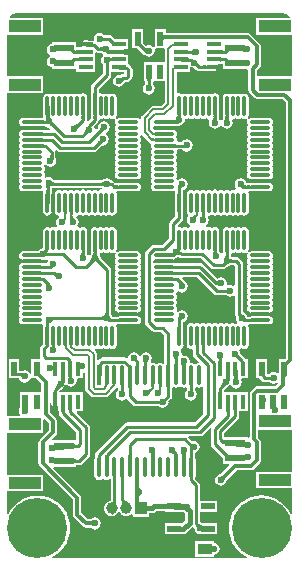
<source format=gtl>
%FSTAX23Y23*%
%MOIN*%
%SFA1B1*%

%IPPOS*%
%AMD29*
4,1,8,-0.016200,-0.017500,0.016200,-0.017500,0.025000,-0.008700,0.025000,0.008700,0.016200,0.017500,-0.016200,0.017500,-0.025000,0.008700,-0.025000,-0.008700,-0.016200,-0.017500,0.0*
%
%ADD10C,0.010000*%
%ADD11C,0.009840*%
%ADD16C,0.007870*%
%ADD18R,0.066930X0.023620*%
%ADD19R,0.110240X0.039370*%
%ADD20R,0.019680X0.047240*%
%ADD21R,0.047240X0.015750*%
%ADD22O,0.011000X0.070870*%
%ADD23O,0.070870X0.011000*%
%ADD24R,0.013780X0.066930*%
%ADD25O,0.013780X0.066930*%
%ADD26R,0.015750X0.047240*%
%ADD27R,0.047240X0.019680*%
%ADD28R,0.050000X0.035000*%
G04~CAMADD=29~4~0.0~0.0~500.0~350.0~0.0~87.5~0~0.0~0.0~0.0~0.0~0~0.0~0.0~0.0~0.0~0~0.0~0.0~0.0~180.0~500.0~350.0*
%ADD29D29*%
%ADD45C,0.011810*%
%ADD46C,0.015750*%
%ADD47R,0.039370X0.039370*%
%ADD48C,0.039370*%
%ADD49C,0.200000*%
%ADD50C,0.023620*%
%LNusb2can-1*%
%LPD*%
G36*
X00141Y01819D02*
X00133Y01816D01*
X00127Y01811*
X00126Y01809*
X00128Y01805*
X00239*
Y01749*
X00118*
Y0161*
X00239*
Y01555*
X00118*
Y00477*
X00158*
X0016Y00482*
X00157Y00487*
X00156Y00495*
X00157Y00502*
X0016Y00507*
X0016Y00507*
Y00523*
X0016Y00524*
Y00556*
X00196*
X00198*
X00232*
Y00585*
X00213Y00603*
X00199*
X00196Y00603*
X00194Y00601*
X0019Y00595*
X00183Y00591*
X00176Y00589*
X00168Y00591*
X00161Y00595*
X00157Y00602*
X00157Y00603*
X00146*
X00144Y00603*
X00123*
Y00666*
X00159*
Y00629*
X00165*
X0017Y00628*
X00176Y0063*
X00183Y00628*
X0019Y00624*
X00193Y00619*
X00198Y00621*
Y00666*
X00226*
X00229Y00671*
X00228Y00672*
X00227Y00677*
Y00702*
X00228Y00707*
X00231Y00711*
X00239Y00719*
Y00774*
X00239Y00777*
Y0078*
X00238Y00781*
X00234Y00783*
X0023Y00783*
X0017*
X00165Y00784*
X00161Y00787*
X00158Y00791*
X00157Y00796*
X00158Y00801*
X00161Y00806*
Y00806*
X00158Y00811*
X00157Y00816*
X00158Y00821*
X00161Y00826*
Y00826*
X00158Y0083*
X00157Y00836*
X00158Y00841*
X00158Y00841*
X0016Y00845*
X00158Y0085*
X00158Y0085*
X00157Y00855*
X00158Y00861*
X00161Y00865*
Y00865*
X00158Y0087*
X00157Y00875*
X00158Y0088*
X00158Y00881*
X0016Y00885*
X00158Y00889*
X00158Y00889*
X00157Y00895*
X00158Y009*
X00161Y00904*
Y00905*
X00158Y00909*
X00157Y00914*
X00158Y0092*
X00161Y00924*
Y00924*
X00158Y00929*
X00157Y00934*
X00158Y00939*
X00158Y0094*
X0016Y00944*
X00158Y00948*
X00158Y00948*
X00157Y00954*
X00158Y00959*
X00161Y00963*
Y00964*
X00158Y00968*
X00157Y00973*
X00158Y00979*
X00161Y00983*
X00165Y00986*
X0017Y00987*
X0023*
X00232Y00987*
X00251*
X00252Y00992*
X00254Y00995*
X00252Y01001*
X00251Y01001*
X00246Y00998*
X00239Y00997*
X00231Y00998*
X0023Y00999*
X0017*
X00165Y01*
X00161Y01003*
X00158Y01008*
X00157Y01013*
X00158Y01018*
X00161Y01022*
X00165Y01025*
X0017Y01026*
X00221*
X00225Y01031*
X00231Y01035*
X00235Y01036*
X00239Y0104*
Y01095*
X0024Y011*
X00243Y01105*
X00247Y01107*
X00252Y01109*
X00258Y01107*
X00262Y01105*
X00262*
X00267Y01107*
X00272Y01109*
X00277Y01107*
X00279Y01106*
X00281Y01106*
X00284Y01108*
X00285Y01113*
X00282Y01117*
X00281Y01125*
X00282Y01132*
X00286Y01139*
X0029Y01141*
X00289Y01146*
X00286Y01147*
X00282Y01149*
X00279Y01154*
X00278Y01159*
Y01219*
X00279Y01224*
X00282Y01229*
X00286Y01232*
X00292Y01233*
X00297Y01232*
X00301Y01229*
X00302*
X00306Y01232*
X00311Y01233*
X00317Y01232*
X00317Y01231*
X00321Y01229*
X00325Y01231*
X00326Y01232*
X00331Y01233*
X00336Y01232*
X00341Y01229*
X00341*
X00346Y01232*
X00351Y01233*
X00356Y01232*
X0036Y01229*
X00361*
X00365Y01232*
X0037Y01233*
X00376Y01232*
X0038Y01229*
X0038*
X00385Y01232*
X0039Y01233*
X00395Y01232*
X004Y01229*
X004*
X00405Y01232*
X0041Y01233*
X00415Y01232*
X00416Y01231*
X0042Y01229*
X00424Y01231*
X00424Y01232*
X0043Y01233*
X0043Y01233*
X00433Y01237*
X00431Y01239*
X0027*
X00269Y01239*
X00269Y01239*
X00268Y01239*
X00268Y01238*
X00267Y01238*
X00267Y01238*
X00267Y01238*
X00266Y01238*
X00266Y01238*
X00266Y01237*
X00266Y01237*
X00266Y01237*
X00266Y01237*
Y01221*
X00266Y01219*
Y01159*
X00265Y01154*
X00262Y01149*
X00258Y01147*
X00252Y01145*
X00247Y01147*
X00243Y01149*
X0024Y01154*
X00239Y01159*
Y01219*
X00239Y01222*
X00239Y01225*
X00237Y01227*
X00235Y01228*
X00234Y01228*
X0023Y01228*
X0017*
X00165Y01229*
X00161Y01232*
X00158Y01236*
X00157Y01241*
X00158Y01246*
X00161Y01251*
Y01251*
X00158Y01256*
X00157Y01261*
X00158Y01266*
X00161Y01271*
Y01271*
X00158Y01275*
X00157Y01281*
X00158Y01286*
X00158Y01286*
X0016Y0129*
X00158Y01295*
X00158Y01295*
X00157Y013*
X00158Y01306*
X00161Y0131*
Y0131*
X00158Y01315*
X00157Y0132*
X00158Y01325*
X00158Y01326*
X0016Y0133*
X00158Y01334*
X00158Y01334*
X00157Y0134*
X00158Y01345*
X00161Y01349*
Y0135*
X00158Y01354*
X00157Y01359*
X00158Y01365*
X00161Y01369*
Y01369*
X00158Y01374*
X00157Y01379*
X00158Y01384*
X00158Y01385*
X0016Y01389*
X00158Y01393*
X00158Y01393*
X00157Y01399*
X00158Y01404*
X00161Y01408*
Y01409*
X00158Y01413*
X00157Y01418*
X00158Y01424*
X00161Y01428*
X00165Y01431*
X0017Y01432*
X0023*
X00235Y01431*
X00236Y01431*
X00236Y01431*
X00241Y0143*
X0026*
X00262Y01435*
X00258Y01439*
X00257Y01439*
X00257Y01439*
X00257Y01439*
X00256Y0144*
X00256Y0144*
X00256Y01439*
X00248Y01441*
X00242Y01445*
X00234*
X00233Y01445*
X00233Y01445*
X0023Y01444*
X0017*
X00165Y01445*
X00161Y01448*
X00158Y01453*
X00157Y01458*
X00158Y01463*
X00161Y01467*
X00165Y0147*
X0017Y01471*
X0023*
X00232Y01471*
X00239*
X00239Y01476*
X00239Y01477*
X00239Y01477*
X00239Y0148*
Y0154*
X0024Y01545*
X00243Y0155*
X00247Y01552*
X00252Y01554*
X00258Y01552*
X00262Y0155*
X00262*
X00267Y01552*
X00272Y01554*
X00277Y01552*
X00282Y0155*
X00282*
X00286Y01552*
X00292Y01554*
X00297Y01552*
X00301Y0155*
X00302*
X00306Y01552*
X00311Y01554*
X00317Y01552*
X00321Y0155*
X00321*
X00326Y01552*
X00331Y01554*
X00336Y01552*
X00341Y0155*
X00341*
X00346Y01552*
X00351Y01554*
X00356Y01552*
X0036Y0155*
X00361*
X00365Y01552*
X0037Y01554*
X00376Y01552*
X0038Y0155*
X00383Y01545*
X00384Y0154*
Y0148*
X00384Y01477*
Y01464*
X00383Y01463*
X00388Y0146*
X00397Y01469*
Y01478*
X00396Y0148*
Y0154*
X00397Y01543*
X00397Y0155*
Y01574*
X00398Y01579*
X00401Y01583*
X00437Y0162*
Y0165*
X00436Y0165*
X00432Y01657*
X00431Y01665*
X00432Y01672*
X00436Y01679*
X00437Y01679*
X00437Y01684*
X00437Y01685*
X00436Y01685*
X00434Y01685*
X00434Y01685*
X00434Y01685*
X00433Y01686*
X00431Y01687*
X00431Y01687*
X00431Y01687*
X0043Y01688*
X00429Y01689*
X00429Y01689*
X00429Y01689*
X00429Y01689*
X00428Y01689*
X0042*
X00417Y0169*
X00412Y01687*
Y01651*
Y01625*
X00349*
Y0163*
X00349Y01635*
X00266*
Y0164*
X00263Y01641*
X00256Y01645*
X00252Y01652*
X00251Y0166*
X00252Y01667*
X00256Y01674*
X00261Y01677*
Y01682*
X00256Y01685*
X00252Y01692*
X00251Y017*
X00252Y01707*
X00256Y01714*
X00263Y01718*
X00266Y01719*
Y01724*
X00349*
Y01713*
X00349Y01708*
X00357*
X00357Y01708*
X00357Y01708*
X00366*
X00368Y01713*
X00368Y01713*
X00367Y01718*
X00368Y01723*
X00371Y01727*
X00376Y0173*
X00381Y01731*
X00386Y0173*
X00388Y01728*
X00403*
X00406Y01732*
X00406Y01735*
X00407Y01742*
X00411Y01749*
X00418Y01753*
X00426Y01755*
X00433Y01753*
X0044Y01749*
X00441Y01748*
X00458*
X00463Y01747*
X00468Y01744*
X00477Y01734*
X00488*
X00489Y01734*
X00522*
Y01702*
X00506*
X00503Y01697*
X00503Y01697*
X00504Y01692*
X00503Y01687*
X00503Y01687*
X00506Y01682*
X00522*
Y0165*
X00526Y01648*
X00532Y01642*
X00535Y01637*
X00536Y01632*
Y0161*
X00535Y01605*
X00532Y01601*
X00526Y01595*
X00522Y01592*
X00517Y01591*
X0051*
X00509Y01587*
X00505Y0158*
X00498Y01576*
X00491Y01574*
X00483Y01576*
X00476Y0158*
X00472Y01587*
X00471Y01595*
X00472Y01602*
X00476Y01609*
X00483Y01613*
X00491Y01615*
X00494Y01614*
X00498Y01617*
X00503Y01618*
X00509*
Y01625*
X00493*
X00492Y01625*
X00464*
Y01615*
X00463Y01609*
X0046Y01605*
X00423Y01569*
Y01557*
X00428Y01553*
X0043Y01554*
X00435Y01552*
X00439Y0155*
X0044*
X00444Y01552*
X00449Y01554*
X00454Y01552*
X00459Y0155*
X00459*
X00464Y01552*
X00469Y01554*
X00474Y01552*
X00479Y0155*
X00481Y01545*
X00483Y0154*
Y0148*
X00481Y01475*
X0048Y01472*
X00483Y01469*
X00486Y0147*
X00491Y01471*
X00551*
X00556Y0147*
X00559Y01469*
X0056Y01469*
X00564Y01471*
X00564Y01474*
X00565Y01475*
X00565Y01476*
X00568Y01479*
X00597Y01508*
X006Y01511*
X00605Y01512*
X00631*
X00643Y01524*
Y01593*
X00613*
X0061*
X00607*
X00604Y01589*
Y01584*
X00605Y01584*
X00609Y01577*
X00611Y0157*
X00609Y01562*
X00605Y01555*
X00598Y01551*
X00591Y01549*
X00583Y01551*
X00576Y01555*
X00572Y01562*
X00571Y0157*
X00572Y01577*
X00576Y01584*
X00577Y01584*
Y01593*
X00573*
Y01601*
X00573Y01601*
X00573Y01601*
Y01656*
X00605*
X00608*
X00613*
X00643*
Y017*
X0064Y01703*
X00614*
X0061Y01698*
X00611Y01695*
X00609Y01687*
X00605Y0168*
X00598Y01676*
X00591Y01674*
X00583Y01676*
X00576Y0168*
X00575Y01682*
X00575Y01682*
X00575Y01682*
X0057Y01685*
X00552Y01703*
X00535*
Y01766*
X00571*
Y01722*
X00581Y01712*
X00583Y01713*
X00591Y01715*
X00598Y01713*
X00605Y01709*
X00605Y01708*
X0061Y01709*
Y01766*
X00646*
Y01754*
X00646Y01754*
X00647Y01754*
X00896*
X00896Y01754*
X00921*
X00926Y01752*
X00931Y01749*
X00961Y01719*
X00964Y01715*
X00965Y0171*
Y0165*
X00964Y01644*
X00961Y0164*
X0095Y01629*
Y0161*
X01068*
Y01749*
X00948*
Y01805*
X01057*
X0106Y01809*
X01058Y01811*
X01052Y01816*
X01044Y01819*
X01036Y0182*
X01036Y0182*
X0015*
X00149Y0182*
X00141Y01819*
G37*
G36*
X00638Y01728D02*
X00638Y01729D01*
X00638Y0173*
X00639Y01731*
X0064Y01732*
X00641Y01732*
X00642Y01733*
X00643Y01733*
X00645Y01733*
X00647Y01734*
X0065Y01734*
Y01745*
X00647Y01746*
X00645Y01746*
X00643Y01746*
X00642Y01746*
X00641Y01747*
X0064Y01748*
X00639Y01748*
X00638Y01749*
X00638Y0175*
X00638Y01751*
Y01728*
G37*
G36*
X0057Y01697D02*
X00581Y01688D01*
X00583Y01703*
X00582Y01703*
X00582Y01703*
X00581Y01703*
X0058Y01703*
X0058Y01703*
X00579Y01703*
X00578Y01703*
X00577Y01704*
X00576Y01705*
X00575Y01706*
X0057Y01697*
G37*
G36*
X00448Y01688D02*
X00457Y01688D01*
Y01687*
X00459Y01687*
X00462Y01687*
X00464Y01687*
X00465Y01687*
X00466Y01686*
X00466Y01686*
X00467Y01686*
X00467Y01685*
X00467Y01685*
Y017*
X00467Y017*
X00467Y01699*
X00466Y01699*
X00466Y01698*
X00465Y01698*
X00464Y01698*
X00462Y01698*
X00462Y01697*
X00461Y01698*
X0046Y01698*
X00459Y01698*
X00459Y01699*
X00458Y01699*
X00458Y017*
X00457Y017*
X00457Y01701*
X00448Y01688*
G37*
G36*
X00719Y01685D02*
X00719Y01685D01*
X0072*
X00728Y01685*
X00729Y01684*
X0073Y01684*
X00731Y01684*
X00732Y01684*
X00733Y01684*
X00734Y01683*
X00735Y01683*
X00736Y01682*
X00737Y01682*
X00737Y01681*
Y01698*
X00737Y01697*
X00736Y01697*
X00735Y01696*
X00734Y01696*
X00733Y01695*
X00732Y01695*
X00731Y01695*
X0073Y01695*
X00729Y01695*
X00728Y01695*
X00727Y01695*
X00726Y01695*
X00724Y01695*
X00723Y01695*
X00722Y01696*
X00721Y01696*
X0072Y01697*
X0072Y01698*
X00719Y01699*
X00719Y017*
Y01685*
G37*
G36*
X00438Y01709D02*
X00438Y01709D01*
X00437Y01708*
X00436Y01708*
X00435Y01708*
X00434Y01707*
X00433Y01707*
X00431Y01707*
X00429Y01707*
X00427Y01697*
X00428Y01697*
X00429Y01697*
X0043Y01697*
X00431Y01697*
X00432Y01696*
X00433Y01696*
X00434Y01695*
X00434Y01695*
X00435Y01694*
X00436Y01693*
X00439Y01709*
X00438Y01709*
G37*
G36*
X00279Y01691D02*
X0028Y01692D01*
X0028Y01692*
X00281Y01693*
X00282Y01693*
X00283Y01694*
X00284Y01694*
X00285Y01694*
X00286Y01694*
X00287Y01694*
X00288Y01695*
Y01705*
X00287Y01705*
X00286Y01705*
X00285Y01705*
X00284Y01705*
X00283Y01705*
X00282Y01706*
X00281Y01706*
X0028Y01707*
X0028Y01707*
X00279Y01708*
Y01691*
G37*
G36*
X00907Y01707D02*
X00906Y01707D01*
X00905Y01706*
X00904Y01706*
X00903Y01705*
X00902Y01705*
X00901Y01705*
X009Y01705*
X00899Y01705*
X00898Y01705*
Y01695*
X00899Y01694*
X009Y01694*
X00901Y01694*
X00902Y01694*
X00903Y01694*
X00904Y01693*
X00905Y01693*
X00906Y01692*
X00907Y01692*
X00907Y01691*
Y01708*
X00907Y01707*
G37*
G36*
X00357Y017D02*
X00357Y01699D01*
X00356Y01699*
X00356Y01698*
X00355Y01698*
X00354Y01698*
X00352Y01698*
X00351Y01697*
X00347Y01697*
Y01687*
X00349Y01687*
X00352Y01687*
X00354Y01687*
X00355Y01687*
X00356Y01686*
X00356Y01686*
X00357Y01686*
X00357Y01685*
X00357Y01685*
Y017*
X00357Y017*
G37*
G36*
X00829Y01685D02*
X00829Y01685D01*
X0083Y01686*
X0083Y01686*
X00831Y01686*
X00832Y01687*
X00833Y01687*
X00834Y01687*
X00836Y01687*
X00839Y01687*
Y01697*
X00837Y01697*
X00834Y01698*
X00833Y01698*
X00832Y01698*
X00831Y01698*
X0083Y01699*
X0083Y01699*
X00829Y017*
X00829Y017*
Y01685*
G37*
G36*
X00357Y01674D02*
X00357Y01673D01*
X00356Y01673*
X00356Y01673*
X00355Y01672*
X00354Y01672*
X00352Y01672*
X00351Y01672*
X00347Y01672*
Y01662*
X00349Y01662*
X00352Y01661*
X00354Y01661*
X00355Y01661*
X00356Y01661*
X00356Y0166*
X00357Y0166*
X00357Y01659*
X00357Y01659*
Y01674*
X00357Y01674*
G37*
G36*
X00829Y01659D02*
X00829Y01659D01*
X0083Y0166*
X0083Y0166*
X00831Y01661*
X00832Y01661*
X00833Y01661*
X00834Y01661*
X00836Y01662*
X00839Y01662*
Y01672*
X00837Y01672*
X00834Y01672*
X00833Y01672*
X00832Y01672*
X00831Y01673*
X0083Y01673*
X0083Y01673*
X00829Y01674*
X00829Y01674*
Y01659*
G37*
G36*
X00719D02*
X00719Y01659D01*
X0072Y01659*
X00724Y01659*
X00729Y01659*
Y01669*
X00727Y01669*
X00726Y01669*
X00724Y01669*
X00723Y0167*
X00722Y0167*
X00721Y01671*
X0072Y01671*
X0072Y01672*
X00719Y01673*
X00719Y01674*
Y01659*
G37*
G36*
X00467Y01674D02*
X00467Y01673D01*
X00466Y01673*
X00466Y01673*
X00465Y01672*
X00464Y01672*
X00463Y01672*
X00463Y01672*
X00462Y01672*
X00461Y01673*
X0046Y01673*
X00459Y01673*
X00458Y01674*
X00457Y01674*
X00458Y01672*
X00457Y01672*
Y01662*
X00459Y01662*
X0046Y01662*
X0046Y01658*
X00461Y01659*
X00462Y01659*
X00462Y0166*
X00463Y0166*
X00464Y01661*
X00465Y01661*
X00465Y01661*
X00466Y01661*
X00466Y0166*
X00467Y0166*
X00467Y01659*
X00467Y01659*
Y01662*
X00468Y01662*
X00469Y01662*
X00467Y01671*
Y01674*
X00467Y01674*
G37*
G36*
X00818Y01646D02*
X00818Y01646D01*
X00819Y01641*
X00818Y01636*
X00815Y01632*
X00811Y01629*
X00806Y01628*
X00788*
X00788Y01628*
X00787Y01627*
X00787Y01627*
X00786Y01626*
X00785Y01626*
X00784Y01626*
X00784Y01625*
X00783*
X00782Y01625*
X00781Y01625*
X0078Y01626*
X0078Y01626*
X00779Y01626*
X00778Y01626*
X00778Y01627*
X00777Y01627*
X00776Y01628*
X00776Y01628*
X00775Y01628*
X00758*
X00753Y01629*
X00748Y01632*
X00745Y01635*
X00745Y01635*
X00745Y01635*
X00745Y01635*
X00745Y01635*
X00743Y01635*
X00742Y01635*
X00742Y01635*
X00742*
X0074Y01636*
X00739Y01636*
X00739Y01636*
X00739Y01636*
X00738Y01637*
X00737Y01638*
X00737Y01639*
X00737Y01639*
X00736Y0164*
X00735Y01641*
Y01641*
X00735Y01642*
X00732Y01644*
X00727Y01642*
Y01625*
X00693*
X00692Y01625*
X00692*
X00683*
Y01556*
X00687Y01553*
X00688Y01553*
X00692Y01554*
X00698Y01552*
X00702Y0155*
X00702*
X00707Y01552*
X00712Y01554*
X00717Y01552*
X00722Y0155*
X00722*
X00726Y01552*
X00732Y01554*
X00737Y01552*
X00741Y0155*
X00742*
X00746Y01552*
X00751Y01554*
X00757Y01552*
X00761Y0155*
X00761*
X00766Y01552*
X00771Y01554*
X00776Y01552*
X00781Y0155*
X00781*
X00786Y01552*
X00791Y01554*
X00796Y01552*
X008Y0155*
X00801*
X00805Y01552*
X0081Y01554*
X00816Y01552*
X0082Y0155*
X00823Y01545*
X00824Y0154*
Y0148*
X00824Y01478*
Y0147*
X00824Y0147*
X00824Y0147*
X00824Y01469*
X00824Y01469*
X00824Y01469*
X00825Y01468*
X00828Y01464*
X00833Y01464*
X00836Y01467*
X00836Y01467*
X00836Y01467*
X00836Y01468*
X00836Y01469*
X00836Y01469*
X00837Y01469*
X00837Y0147*
X00837Y0147*
Y01477*
X00836Y0148*
Y0154*
X00837Y01545*
X0084Y0155*
X00845Y01552*
X0085Y01554*
X00855Y01552*
X00859Y0155*
X0086*
X00864Y01552*
X0087Y01554*
X00875Y01552*
X00879Y0155*
X0088*
X00884Y01552*
X00889Y01554*
X00894Y01552*
X00899Y0155*
X00899*
X00904Y01552*
X00909Y01554*
X00914Y01552*
X00919Y0155*
X00921Y01545*
X00923Y0154*
Y0148*
X00921Y01475*
X0092Y01473*
X0092Y01472*
X00923Y01469*
X00924Y01469*
X00926Y0147*
X00931Y01471*
X00991*
X00996Y0147*
X01001Y01467*
X01004Y01463*
X01005Y01458*
X01004Y01453*
X01001Y01448*
Y01448*
X01004Y01443*
X01005Y01438*
X01004Y01433*
X01003Y01432*
X01001Y01428*
X01003Y01424*
X01004Y01424*
X01005Y01418*
X01004Y01413*
X01001Y01409*
Y01408*
X01004Y01404*
X01005Y01399*
X01004Y01393*
X01003Y01393*
X01001Y01389*
X01003Y01385*
X01004Y01384*
X01005Y01379*
X01004Y01374*
X01001Y01369*
Y01369*
X01004Y01365*
X01005Y01359*
X01004Y01354*
X01001Y0135*
Y01349*
X01004Y01345*
X01005Y0134*
X01004Y01334*
X01003Y01334*
X01001Y0133*
X01003Y01326*
X01004Y01325*
X01005Y0132*
X01004Y01315*
X01001Y0131*
Y0131*
X01004Y01306*
X01005Y013*
X01004Y01295*
X01003Y01295*
X01001Y0129*
X01003Y01286*
X01004Y01286*
X01005Y01281*
X01004Y01275*
X01001Y01271*
X00996Y01268*
X00991Y01267*
X00931*
X00926Y01268*
X00921Y01271*
X00919Y01275*
X00917Y01281*
X00919Y01286*
X00919Y01286*
X00921Y0129*
X00919Y01295*
X00919Y01295*
X00917Y013*
X00919Y01306*
X00921Y0131*
Y0131*
X00919Y01315*
X00917Y0132*
X00919Y01325*
X00919Y01326*
X00921Y0133*
X00919Y01334*
X00919Y01334*
X00917Y0134*
X00919Y01345*
X00921Y01349*
Y0135*
X00919Y01354*
X00917Y01359*
X00919Y01365*
X00921Y01369*
Y01369*
X00919Y01374*
X00917Y01379*
X00919Y01384*
X00919Y01385*
X00921Y01389*
X00919Y01393*
X00919Y01393*
X00917Y01399*
X00919Y01404*
X00921Y01408*
Y01409*
X00919Y01413*
X00917Y01418*
X00919Y01424*
X00919Y01424*
X00921Y01428*
X00919Y01432*
X00919Y01433*
X00917Y01438*
X00919Y01443*
X00921Y01448*
Y01448*
X00919Y01453*
X00917Y01458*
X00919Y01463*
X0092Y01465*
X0092Y01465*
X00917Y01469*
X00916Y01469*
X00914Y01467*
X00909Y01466*
X00904Y01467*
X00899Y0147*
X00899*
X00894Y01467*
X00889Y01466*
X00884Y01467*
X0088Y0147*
X00879*
X00875Y01467*
X00872Y01467*
X00869Y01462*
X00869Y01462*
X00871Y01455*
X00869Y01447*
X00865Y0144*
X00858Y01436*
X00851Y01434*
X00843Y01436*
X00836Y0144*
X00833Y01445*
X00828Y01445*
X00825Y0144*
X00818Y01436*
X00811Y01434*
X00803Y01436*
X00796Y0144*
X00792Y01447*
X00791Y01454*
X00792Y01462*
X00792Y01462*
X00789Y01467*
X00786Y01467*
X00781Y0147*
X00781*
X00776Y01467*
X00771Y01466*
X00766Y01467*
X00761Y0147*
X00761*
X00757Y01467*
X00751Y01466*
X00746Y01467*
X00742Y0147*
X00741*
X00737Y01467*
X00732Y01466*
X00726Y01467*
X00722Y0147*
X00722*
X00717Y01467*
X00712Y01466*
X0071Y01462*
X00709Y01457*
X00705Y0145*
X00698Y01446*
X00691Y01444*
X00687Y01445*
X00686Y01445*
X00684Y01445*
X00673*
X0067Y01444*
X0061*
X00609Y01444*
X00605Y01441*
X00605Y01436*
X00609Y01432*
X0061Y01432*
X0067*
X00675Y01431*
X0068Y01428*
X00683Y01424*
X00684Y01418*
X00683Y01413*
X0068Y01409*
Y01408*
X00683Y01404*
X00684Y01399*
X00683Y01397*
X00687Y01392*
X007*
X00701Y01394*
X00708Y01398*
X00716Y014*
X00723Y01398*
X0073Y01394*
X00734Y01387*
X00736Y0138*
X00734Y01372*
X0073Y01365*
X00723Y01361*
X00716Y01359*
X00708Y01361*
X00701Y01365*
X00701Y01366*
X00687*
X00683Y01361*
X00684Y01359*
X00683Y01354*
X0068Y0135*
Y01349*
X00683Y01345*
X00684Y0134*
X00683Y01334*
X00682Y01334*
X0068Y0133*
X00682Y01326*
X00683Y01325*
X00684Y0132*
X00683Y01315*
X0068Y0131*
Y0131*
X00683Y01306*
X00684Y013*
X00683Y01295*
X00682Y01295*
X0068Y0129*
X00682Y01286*
X00683Y01286*
X00684Y01281*
X00683Y01275*
X0068Y01271*
Y01271*
X00682Y01267*
X00683Y01266*
X00688Y01265*
X00693Y01268*
X00701Y0127*
X00708Y01268*
X00715Y01264*
X00719Y01257*
X00721Y0125*
X00719Y01242*
X00715Y01235*
X00708Y01231*
X00705Y0123*
Y01222*
X00706Y01219*
Y01159*
X00705Y01157*
Y01137*
X00704Y01132*
X00702Y01128*
X00686Y01113*
X00688Y01108*
X00689Y01108*
X00692Y01109*
X00698Y01107*
X00702Y01105*
X00702*
X00707Y01107*
X00712Y01109*
X00717Y01107*
X00722Y01105*
X00722*
X00726Y01107*
X00727Y01108*
X00727Y01113*
X00721Y01116*
X00717Y01123*
X00716Y0113*
X00717Y01138*
X00721Y01144*
X00722Y01148*
Y01149*
X00719Y01154*
X00718Y01159*
Y01219*
X00719Y01224*
X00722Y01229*
X00726Y01232*
X00732Y01233*
X00737Y01232*
X00741Y01229*
X00742*
X00746Y01232*
X00751Y01233*
X00757Y01232*
X00757Y01231*
X00761Y01229*
X00765Y01231*
X00766Y01232*
X00771Y01233*
X00776Y01232*
X00781Y01229*
X00781*
X00786Y01232*
X00791Y01233*
X00796Y01232*
X008Y01229*
X00801*
X00805Y01232*
X0081Y01233*
X00816Y01232*
X00816Y01231*
X0082Y01229*
X00824Y01231*
X00825Y01232*
X0083Y01233*
X00835Y01232*
X0084Y01229*
X0084*
X00845Y01232*
X0085Y01233*
X00855Y01232*
X00856Y01231*
X0086Y01229*
X00864Y01231*
X00864Y01232*
X0087Y01233*
X00875Y01232*
X00876Y01231*
X00879Y01232*
X0088Y01238*
X00877Y01242*
X00876Y0125*
X00877Y01257*
X00881Y01264*
X00888Y01268*
X00896Y0127*
X00903Y01268*
X0091Y01264*
X00914Y01257*
X00915Y01254*
X00929*
X00931Y01255*
X00991*
X00996Y01254*
X01001Y01251*
X01004Y01246*
X01005Y01241*
X01004Y01236*
X01001Y01232*
X00996Y01229*
X00991Y01228*
X00931*
X00929Y01228*
X00924*
X00922Y01223*
X00923Y01219*
Y01159*
X00921Y01154*
X00919Y01149*
X00914Y01147*
X00909Y01145*
X00904Y01147*
X00899Y01149*
X00899*
X00894Y01147*
X00889Y01145*
X00884Y01147*
X0088Y01149*
X00879*
X00875Y01147*
X0087Y01145*
X00864Y01147*
X00864Y01147*
X0086Y01149*
X00856Y01147*
X00855Y01147*
X0085Y01145*
X00845Y01147*
X0084Y01149*
X0084*
X00835Y01147*
X0083Y01145*
X00825Y01147*
X00824Y01147*
X0082Y01149*
X00816Y01147*
X00816Y01147*
X0081Y01145*
X00805Y01147*
X00801Y01149*
X008*
X00796Y01147*
X00791Y01145*
X00789Y01146*
X00786Y01141*
X00789Y01137*
X00791Y0113*
X00789Y01122*
X00785Y01115*
X00781Y01113*
X0078Y01108*
X00781Y01107*
X00784Y01106*
X00786Y01107*
X00791Y01109*
X00796Y01107*
X008Y01105*
X00801*
X00805Y01107*
X0081Y01109*
X00816Y01107*
X0082Y01105*
X00823Y011*
X00824Y01095*
Y01035*
X00824Y01033*
Y01029*
X00824Y01028*
X00824Y01028*
X00824Y01028*
X00828Y01025*
X00832Y0102*
X00837Y01021*
Y01032*
X00836Y01035*
Y01095*
X00837Y011*
X0084Y01105*
X00845Y01107*
X0085Y01109*
X00855Y01107*
X00859Y01105*
X0086*
X00864Y01107*
X0087Y01109*
X00875Y01107*
X00879Y01105*
X0088*
X00884Y01107*
X00889Y01109*
X00894Y01107*
X00899Y01105*
X00899*
X00904Y01107*
X00909Y01109*
X00914Y01107*
X00919Y01105*
X00921Y011*
X00923Y01095*
Y01035*
X00921Y0103*
X0092Y01028*
X0092Y01027*
X00923Y01024*
X00924Y01024*
X00926Y01025*
X00931Y01026*
X00991*
X00996Y01025*
X01001Y01022*
X01004Y01018*
X01005Y01013*
X01004Y01008*
X01001Y01003*
Y01003*
X01004Y00998*
X01005Y00993*
X01004Y00988*
X01003Y00987*
X01001Y00983*
X01003Y00979*
X01004Y00979*
X01005Y00973*
X01004Y00968*
X01001Y00964*
Y00963*
X01004Y00959*
X01005Y00954*
X01004Y00948*
X01003Y00948*
X01001Y00944*
X01003Y0094*
X01004Y00939*
X01005Y00934*
X01004Y00929*
X01001Y00924*
Y00924*
X01004Y0092*
X01005Y00914*
X01004Y00909*
X01001Y00905*
Y00904*
X01004Y009*
X01005Y00895*
X01004Y00889*
X01003Y00889*
X01001Y00885*
X01003Y00881*
X01004Y0088*
X01005Y00875*
X01004Y0087*
X01001Y00865*
Y00865*
X01004Y00861*
X01005Y00855*
X01004Y0085*
X01003Y0085*
X01001Y00845*
X01003Y00841*
X01004Y00841*
X01005Y00836*
X01004Y0083*
X01001Y00826*
X00996Y00823*
X00991Y00822*
X00931*
X00926Y00823*
X00921Y00826*
X00919Y0083*
X00917Y00836*
X00919Y00841*
X00919Y00841*
X00921Y00845*
X00919Y0085*
X00919Y0085*
X00917Y00855*
X00919Y00861*
X00921Y00865*
Y00865*
X00919Y0087*
X00917Y00875*
X00919Y0088*
X00919Y00881*
X00921Y00885*
X00919Y00889*
X00919Y00889*
X00917Y00895*
X00919Y009*
X00921Y00904*
Y00905*
X00919Y00909*
X00917Y00914*
X00919Y0092*
X00921Y00924*
Y00924*
X00919Y00929*
X00917Y00934*
X00919Y00939*
X00919Y0094*
X00921Y00944*
X00919Y00948*
X00919Y00948*
X00917Y00954*
X00919Y00959*
X00921Y00963*
Y00964*
X00919Y00968*
X00917Y00973*
X00919Y00979*
X00919Y00979*
X00921Y00983*
X00919Y00987*
X00919Y00988*
X00917Y00993*
X00919Y00998*
X00921Y01003*
Y01003*
X00919Y01008*
X00917Y01013*
X00919Y01018*
X0092Y0102*
X0092Y0102*
X00917Y01024*
X00916Y01024*
X00914Y01022*
X00909Y01021*
X00904Y01022*
X00899Y01025*
X00899*
X00894Y01022*
X00889Y01021*
X00884Y01022*
X0088Y01025*
X00879*
X00875Y01022*
X0087Y01021*
X00868Y01022*
X00863Y01018*
Y01011*
X00863Y01011*
X00863Y0101*
X00863Y0101*
X00863Y0101*
X00863Y0101*
X00863Y0101*
X00863Y0101*
X00864Y01009*
X00865Y01009*
X00865Y01008*
X00865Y01008*
X00866Y01008*
X00866Y01008*
X00866Y01008*
X00867Y01008*
X00881*
X00886Y01007*
X0089Y01004*
X009Y00994*
X00903Y0099*
X00904Y00985*
Y00824*
X00908Y00823*
X00915Y00819*
X00919Y00812*
X0092Y00809*
X00929*
X00931Y0081*
X00991*
X00996Y00809*
X01001Y00806*
X01004Y00801*
X01005Y00796*
X01004Y00791*
X01001Y00787*
X00996Y00784*
X00991Y00783*
X00931*
X00929Y00783*
X00924*
X00922Y00778*
X00923Y00774*
Y00714*
X00921Y00709*
X00919Y00704*
X00914Y00702*
X00909Y007*
X00904Y00702*
X00899Y00704*
X00899*
X00894Y00702*
X00894Y00701*
X00892Y00696*
X00894Y00692*
X00895Y00686*
X0091Y00671*
X00913Y00667*
X00913Y00666*
X0092*
Y00603*
X00901*
X00898Y00599*
X00899Y00597*
X00901Y0059*
X00899Y00582*
X00895Y00575*
X00888Y00571*
X00881Y00569*
X00873Y00571*
X00866Y00575*
X00863Y00581*
X00858Y00582*
X00857Y00582*
X00854Y00578*
X00854Y00577*
X00854Y00575*
X00854Y00575*
X00854Y00575*
X00853Y00574*
X00853Y00573*
X00852Y00573*
X00852Y00572*
X00851Y00572*
X0085Y00571*
X0085Y00571*
X0085Y00571*
X00848Y0057*
X00847Y0057*
X00847Y0057*
X00846Y0057*
X00846Y0057*
X00846Y00569*
X00846Y00569*
X00845Y00569*
X00845Y00569*
X00844Y00569*
X0084Y00565*
Y00556*
X0092*
Y00493*
X00892*
Y00477*
X00891Y00472*
X00888Y00468*
X00842Y00422*
Y0041*
X00843Y00409*
X00845Y00406*
X00846Y00406*
X0092*
Y00405*
X00922Y00404*
X00927Y00407*
Y00552*
X00928Y00557*
X00931Y00562*
X0094Y00572*
X00945Y00575*
X0095Y00576*
X01012*
X01022Y00586*
X01019Y0059*
X01013Y00586*
X01006Y00584*
X00998Y00586*
X00991Y0059*
X00991Y00591*
X00976*
X00971Y00592*
X00966Y00595*
X00961Y006*
X00959Y00603*
X00948*
Y00666*
X00984*
Y00631*
X00984Y0063*
Y00618*
X00991*
X00991Y00619*
X00998Y00623*
X01006Y00625*
X01013Y00623*
X01018Y0062*
X01023Y00622*
Y00666*
X01043*
X01047Y0067*
Y01524*
X01036Y01535*
X0095*
X00944Y01536*
X0094Y01539*
X00926Y01553*
X00923Y01557*
X00922Y01563*
Y01631*
X00921Y01631*
X00917Y01635*
X00916Y01634*
X00915Y01634*
X00912Y01635*
X00837*
Y01646*
X00837Y01651*
X00829*
X00829Y01651*
X00829Y01651*
X00821*
X00818Y01646*
G37*
G36*
X00277Y0165D02*
X00278Y0165D01*
X00279Y01651*
X0028Y01651*
X00281Y01651*
X00281Y01652*
X00282Y01652*
X00284Y01652*
X00286Y01652*
X00287Y01652*
X00289Y01662*
X00288Y01662*
X00287Y01662*
X00286Y01663*
X00285Y01663*
X00284Y01663*
X00283Y01664*
X00282Y01664*
X00282Y01665*
X00281Y01665*
X0028Y01666*
X00277Y0165*
G37*
G36*
X00907Y01662D02*
X00906Y01662D01*
X00905Y01661*
X00904Y01661*
X00903Y01661*
X00902Y0166*
X00901Y0166*
X009Y0166*
X00899Y0166*
X00898Y0166*
X00898Y0165*
X00899Y0165*
X009Y0165*
X00901Y01649*
X00902Y01649*
X00903Y01649*
X00904Y01649*
X00905Y01648*
X00906Y01648*
X00906Y01647*
X00907Y01646*
X00907Y01663*
X00907Y01662*
G37*
G36*
X00743Y01643D02*
X00744Y01643D01*
X00745Y01643*
X00746Y01643*
X00747Y01643*
X00748Y01643*
X00749Y01642*
X00749Y01642*
X0075Y01641*
X00751Y0164*
X00752Y0164*
X00757Y01648*
X00757Y01649*
X00755Y01651*
X00754Y01652*
X00754Y01653*
X00753Y01654*
X00753Y01654*
X00753Y01655*
X00752Y01656*
X00752Y01657*
X00743Y01643*
G37*
G36*
X00782Y01648D02*
X00782Y01648D01*
X00781Y01647*
X00781Y01647*
X0078Y01647*
X00779Y01647*
X00777Y01646*
X00776Y01646*
X00772Y01646*
Y01636*
X00774Y01636*
X00777Y01636*
X00779Y01636*
X0078Y01635*
X00781Y01635*
X00781Y01635*
X00782Y01634*
X00782Y01634*
X00782Y01633*
Y01649*
X00782Y01648*
G37*
G36*
X00496Y01605D02*
X00502Y01597D01*
X00507Y01601*
X005Y01608*
X00496Y01605*
G37*
G36*
X00582Y01601D02*
X00583Y016D01*
X00583Y016*
X00584Y01599*
X00584Y01598*
X00585Y01597*
X00585Y01596*
X00585Y01594*
X00586Y01593*
X00586Y01591*
X00596*
X00596Y01593*
X00596Y01594*
X00596Y01596*
X00596Y01597*
X00597Y01598*
X00597Y01599*
X00598Y016*
X00599Y016*
X00599Y01601*
X006Y01601*
X00581*
X00582Y01601*
G37*
G36*
X00405Y01553D02*
X00405Y01542D01*
X00415*
X00415Y01542*
X00415Y01542*
X00415Y01543*
X00415Y01555*
X00405Y01553*
G37*
G36*
X00805Y01478D02*
X00805Y01477D01*
X00806Y01474*
X00806Y01471*
X00805Y01471*
X00805Y0147*
X00805Y01469*
X00805Y01467*
X00805Y01467*
X00804Y01466*
X00804Y01465*
X00803Y01464*
X00803Y01463*
X00802Y01463*
X00819Y01463*
X00818Y01463*
X00818Y01464*
X00817Y01465*
X00817Y01466*
X00816Y01467*
X00816Y01468*
X00816Y01469*
X00816Y0147*
X00816Y01471*
X00816Y01472*
X00816Y01478*
X00805*
X00805Y01478*
G37*
G36*
X00365Y01478D02*
X00365Y01477D01*
X00365Y01468*
X00375*
X00376Y01478*
X00365*
X00365Y01478*
G37*
G36*
X00247Y01478D02*
X00247Y01477D01*
X00247Y01476*
X00248Y01468*
X00258Y01469*
X00257Y01478*
X00247*
X00247Y01478*
G37*
G36*
X00405Y01478D02*
X00405Y01478D01*
X00405Y01476*
X00405Y01469*
X00415Y01468*
X00415Y01478*
X00405*
X00405Y01478*
G37*
G36*
X00687Y01482D02*
X00687Y01481D01*
X00687Y01479*
X00687Y01478*
X00686Y01478*
X00686Y01477*
X00685Y01476*
X00685Y01475*
X00684Y01475*
X00684Y01474*
X00687Y01473*
X00687Y01469*
X00697Y01468*
X00697Y01472*
X007Y01472*
X00699Y01473*
X00699Y01473*
X00698Y01474*
X00698Y01475*
X00698Y01476*
X00698Y01477*
X00697Y01478*
X00697Y01479*
X00697Y0148*
X00697Y01481*
X00687Y01483*
X00687Y01482*
G37*
G36*
X00435Y01467D02*
X0043Y01466D01*
X00428Y01467*
X00423Y01464*
X00423Y01463*
X00422Y01459*
X00419Y01454*
X00407Y01443*
X00409Y0144*
X0041Y01435*
X00416Y01433*
X0042Y01437*
X0042Y01438*
X0042Y01438*
X00421Y01438*
X00421Y01439*
X00421Y01439*
X00421Y0144*
X00422Y01447*
X00426Y01454*
X00433Y01458*
X00441Y0146*
X00448Y01458*
X00455Y01454*
X00459Y01447*
X00461Y0144*
X00459Y01432*
X00455Y01425*
X00448Y01421*
X00448Y01421*
X00447Y01416*
X0045Y01414*
X00454Y01407*
X00456Y014*
X00454Y01392*
X0045Y01385*
X00443Y01381*
X00436Y01379*
X00435Y0138*
X00435Y0138*
X00434Y01379*
X00434Y01379*
X00434Y01379*
X00433Y01379*
X00415Y0136*
X00411Y01357*
X00406Y01356*
X00295*
X0029Y01357*
X00286Y0136*
X00283Y01363*
X00278Y01361*
X00279Y01358*
Y01342*
X00279Y01342*
X00279Y01341*
X00279Y0134*
X00279Y0134*
X00279Y01339*
X00279Y01339*
X0028Y01338*
X0028Y01338*
X00281Y01337*
X00282Y01329*
X00281Y01322*
X00276Y01315*
X0027Y01311*
X00262Y01309*
X00254Y01311*
X00248Y01315*
X00245Y01315*
X00242Y01314*
X0024Y0131*
Y0131*
X00243Y01306*
X00244Y013*
X00243Y01295*
X00242Y01295*
X0024Y0129*
X00242Y01286*
X00243Y01286*
X00244Y01281*
X00243Y01276*
X00243Y01275*
X00247Y01272*
X00248Y01273*
X00256Y01275*
X00263Y01273*
X0027Y01269*
X00272Y01266*
X00272Y01265*
X00272Y01265*
X00272Y01265*
X00273Y01265*
X00273Y01265*
X00436*
X00437Y01265*
X00437Y01265*
X00438Y01265*
X00438Y01266*
X00439Y01266*
X00439Y01266*
X00439Y01266*
X0044Y01266*
X00441Y01266*
X00443Y01268*
X00451Y0127*
X00458Y01268*
X00465Y01264*
X00466Y01263*
X00466*
X00471Y01262*
X00475Y01259*
X00479Y01254*
X00489*
X00491Y01255*
X00551*
X00556Y01254*
X00561Y01251*
X00564Y01246*
X00565Y01241*
X00564Y01236*
X00561Y01232*
X00556Y01229*
X00551Y01228*
X00491*
X00489Y01228*
X00484*
X00482Y01223*
X00483Y01219*
Y01159*
X00481Y01154*
X00479Y01149*
X00474Y01147*
X00469Y01145*
X00464Y01147*
X00459Y01149*
X00459*
X00454Y01147*
X00449Y01145*
X00444Y01147*
X0044Y01149*
X00439*
X00435Y01147*
X0043Y01145*
X00424Y01147*
X00424Y01147*
X0042Y01149*
X00416Y01147*
X00415Y01147*
X0041Y01145*
X00405Y01147*
X004Y01149*
X004*
X00395Y01147*
X0039Y01145*
X00385Y01147*
X0038Y01149*
X0038*
X00376Y01147*
X0037Y01145*
X00365Y01147*
X00361Y01149*
X0036*
X00356Y01147*
X00351Y01145*
X00348Y01141*
X00347Y0114*
X0035Y01139*
X00354Y01132*
X00356Y01125*
X00354Y01117*
X00352Y01113*
X00354Y01108*
X00356Y01107*
X0036Y01105*
X00361*
X00365Y01107*
X0037Y01109*
X00376Y01107*
X0038Y01105*
X00383Y011*
X00384Y01095*
Y01035*
X00384Y01033*
Y01021*
X00384Y0102*
X00384Y0102*
X00384Y0102*
X00384Y01019*
X00384Y01019*
X00385Y01019*
X00388Y01014*
X00393*
X00396Y01017*
X00396Y01017*
X00396Y01017*
X00396Y01018*
X00396Y01019*
X00396Y01019*
X00397Y01019*
X00397Y0102*
X00397Y0102*
Y01032*
X00396Y01035*
Y01095*
X00397Y011*
X004Y01105*
X00405Y01107*
X0041Y01109*
X00415Y01107*
X00419Y01105*
X0042*
X00424Y01107*
X0043Y01109*
X00435Y01107*
X00439Y01105*
X0044*
X00444Y01107*
X00449Y01109*
X00454Y01107*
X00459Y01105*
X00459*
X00464Y01107*
X00469Y01109*
X00474Y01107*
X00479Y01105*
X00481Y011*
X00483Y01095*
Y01035*
X00481Y0103*
X0048Y01028*
X0048Y01027*
X00483Y01024*
X00484Y01024*
X00486Y01025*
X00491Y01026*
X00551*
X00556Y01025*
X00561Y01022*
X00564Y01018*
X00565Y01013*
X00564Y01008*
X00561Y01003*
Y01003*
X00564Y00998*
X00565Y00993*
X00564Y00988*
X00563Y00987*
X00561Y00983*
X00563Y00979*
X00564Y00979*
X00565Y00973*
X00564Y00968*
X00561Y00964*
Y00963*
X00564Y00959*
X00565Y00954*
X00564Y00948*
X00563Y00948*
X00561Y00944*
X00563Y0094*
X00564Y00939*
X00565Y00934*
X00564Y00929*
X00561Y00924*
Y00924*
X00564Y0092*
X00565Y00914*
X00564Y00909*
X00561Y00905*
Y00904*
X00564Y009*
X00565Y00895*
X00564Y00889*
X00563Y00889*
X00561Y00885*
X00563Y00881*
X00564Y0088*
X00565Y00875*
X00564Y0087*
X00561Y00865*
Y00865*
X00564Y00861*
X00565Y00855*
X00564Y0085*
X00563Y0085*
X00561Y00845*
X00563Y00841*
X00564Y00841*
X00565Y00836*
X00564Y0083*
X00561Y00826*
X00556Y00823*
X00551Y00822*
X00491*
X00486Y00823*
X00481Y00826*
X00479Y0083*
X00477Y00836*
X00479Y00841*
X00479Y00841*
X00481Y00845*
X00479Y0085*
X00479Y0085*
X00477Y00855*
X00479Y00861*
X00481Y00865*
Y00865*
X00479Y0087*
X00477Y00875*
X00479Y0088*
X00479Y00881*
X00481Y00885*
X00479Y00889*
X00479Y00889*
X00477Y00895*
X00479Y009*
X00481Y00904*
Y00905*
X00479Y00909*
X00477Y00914*
X00479Y0092*
X00481Y00924*
Y00924*
X00479Y00929*
X00477Y00934*
X00479Y00939*
X00479Y0094*
X00481Y00944*
X00479Y00948*
X00479Y00948*
X00477Y00954*
X00479Y00959*
X00481Y00963*
Y00964*
X00479Y00968*
X00477Y00973*
X00479Y00979*
X00479Y00979*
X00481Y00983*
X00479Y00987*
X00479Y00988*
X00477Y00993*
X00479Y00998*
X00481Y01003*
Y01003*
X00479Y01008*
X00477Y01013*
X00479Y01018*
X0048Y0102*
X0048Y0102*
X00477Y01024*
X00476Y01024*
X00474Y01022*
X00469Y01021*
X00464Y01022*
X00459Y01025*
X00459*
X00454Y01022*
X00449Y01021*
X00444Y01022*
X0044Y01025*
X00439*
X00435Y01022*
X0043Y01021*
X00429Y01022*
X00426Y01017*
X00429Y01012*
X00431Y01005*
X00431Y01004*
X00431Y01004*
X00431Y01003*
X00431Y01003*
X00431Y01003*
X00431Y01002*
X0046Y00974*
X00463Y0097*
X00464Y00965*
Y00821*
X00464Y0082*
X00464Y0082*
X00464Y0082*
X00464Y00819*
X00464Y00819*
X00465Y00819*
X00469Y00812*
X0047Y00809*
X00489*
X00491Y0081*
X00551*
X00556Y00809*
X00561Y00806*
X00564Y00801*
X00565Y00796*
X00564Y00791*
X00561Y00787*
X00556Y00784*
X00551Y00783*
X00491*
X00489Y00783*
X00484*
X00482Y00778*
X00483Y00774*
Y00714*
X00481Y00709*
X00479Y00704*
X00474Y00702*
X00469Y007*
X00464Y00702*
X00463Y00702*
X00459Y00704*
X00455Y00702*
X00454Y00702*
X00449Y007*
X00444Y00702*
X00443Y00702*
X00439Y00704*
X00435Y00702*
X00435Y00702*
X0043Y007*
X00424Y00702*
X00424Y00702*
X0042Y00704*
X00416Y00702*
X00415Y00702*
X00412Y00701*
X0041Y00696*
Y00696*
X00414Y00691*
X00417Y00688*
X00418Y00683*
Y00667*
X00422Y00665*
X00426Y00669*
X0043Y00672*
X00435Y00673*
X00509*
X00514Y00672*
X00516Y00671*
X00521Y00673*
X00522Y00677*
X00526Y00684*
X00533Y00688*
X00541Y0069*
X00548Y00688*
X00555Y00684*
X00558Y00679*
X00563*
X00566Y00684*
X00573Y00688*
X00581Y0069*
X00588Y00688*
X00595Y00684*
X00599Y00677*
X00601Y0067*
X00599Y00662*
X00597Y00658*
X006Y00654*
X00603Y00655*
X00609Y00654*
X00614Y0065*
X00618*
X00623Y00654*
X00629Y00655*
X00635Y00654*
X00636Y00652*
X00641Y00655*
Y00745*
X0063Y00756*
X00611*
X00606Y00757*
X00601Y0076*
X00581Y0078*
X00578Y00784*
X00577Y0079*
Y01019*
X00578Y01024*
X00581Y01028*
X00597Y01044*
X00601Y01047*
X00606Y01048*
X00636*
X00657Y0107*
Y01116*
X00658Y01121*
X00661Y01125*
X00679Y01143*
Y01157*
X00679Y01159*
Y01219*
X00679Y01222*
Y01226*
X00674Y01228*
X0067Y01228*
X0061*
X00605Y01229*
X00601Y01232*
X00598Y01236*
X00597Y01241*
X00598Y01246*
X00601Y01251*
Y01251*
X00598Y01256*
X00597Y01261*
X00598Y01266*
X00601Y01271*
Y01271*
X00598Y01275*
X00597Y01281*
X00598Y01286*
X00598Y01286*
X006Y0129*
X00598Y01295*
X00598Y01295*
X00597Y013*
X00598Y01306*
X00601Y0131*
Y0131*
X00598Y01315*
X00597Y0132*
X00598Y01325*
X00598Y01326*
X006Y0133*
X00598Y01334*
X00598Y01334*
X00597Y0134*
X00598Y01345*
X00601Y01349*
Y0135*
X00598Y01354*
X00597Y01359*
X00598Y01365*
X00601Y01369*
Y01369*
X00598Y01374*
X00597Y01379*
X00598Y01384*
X00595Y01389*
X00592Y01391*
X00569Y01414*
X00564Y01413*
X00563Y01413*
X00561Y01409*
Y01408*
X00564Y01404*
X00565Y01399*
X00564Y01393*
X00563Y01393*
X00561Y01389*
X00563Y01385*
X00564Y01384*
X00565Y01379*
X00564Y01374*
X00561Y01369*
Y01369*
X00564Y01365*
X00565Y01359*
X00564Y01354*
X00561Y0135*
Y01349*
X00564Y01345*
X00565Y0134*
X00564Y01334*
X00563Y01334*
X00561Y0133*
X00563Y01326*
X00564Y01325*
X00565Y0132*
X00564Y01315*
X00561Y0131*
Y0131*
X00564Y01306*
X00565Y013*
X00564Y01295*
X00563Y01295*
X00561Y0129*
X00563Y01286*
X00564Y01286*
X00565Y01281*
X00564Y01275*
X00561Y01271*
X00556Y01268*
X00551Y01267*
X00491*
X00486Y01268*
X00481Y01271*
X00479Y01275*
X00477Y01281*
X00479Y01286*
X00479Y01286*
X00481Y0129*
X00479Y01295*
X00479Y01295*
X00477Y013*
X00479Y01306*
X00481Y0131*
Y0131*
X00479Y01315*
X00477Y0132*
X00479Y01325*
X00479Y01326*
X00481Y0133*
X00479Y01334*
X00479Y01334*
X00477Y0134*
X00479Y01345*
X00481Y01349*
Y0135*
X00479Y01354*
X00477Y01359*
X00479Y01365*
X00481Y01369*
Y01369*
X00479Y01374*
X00477Y01379*
X00479Y01384*
X00479Y01385*
X00481Y01389*
X00479Y01393*
X00479Y01393*
X00477Y01399*
X00479Y01404*
X00481Y01408*
Y01409*
X00479Y01413*
X00477Y01418*
X00479Y01424*
X00479Y01424*
X00481Y01428*
X00479Y01432*
X00479Y01433*
X00477Y01438*
X00479Y01443*
X00481Y01448*
Y01448*
X00479Y01453*
X00477Y01458*
X00479Y01463*
X0048Y01465*
X00477Y01469*
X00474Y01467*
X00469Y01466*
X00464Y01467*
X00459Y0147*
X00459*
X00454Y01467*
X00449Y01466*
X00444Y01467*
X0044Y0147*
X00439*
X00435Y01467*
G37*
G36*
X00845Y01478D02*
X00845Y01477D01*
X00845Y01471*
X00845Y01471*
X00845Y0147*
X00845Y01468*
X00844Y01467*
X00844Y01466*
X00844Y01466*
X00843Y01465*
X00843Y01464*
X00842Y01463*
X00842Y01462*
X00858Y01463*
X00858Y01464*
X00857Y01465*
X00857Y01466*
X00856Y01466*
X00856Y01467*
X00855Y01468*
X00855Y01469*
X00855Y0147*
X00855Y01471*
X00855Y01472*
X00855Y01478*
X00845*
X00845Y01478*
G37*
G36*
X00232Y01463D02*
Y01453D01*
X00232Y01453*
X00233Y01453*
X00234Y01453*
X00243Y01453*
X00242Y01463*
X00232Y01463*
G37*
G36*
X00679Y01466D02*
X00678Y01465D01*
X00678Y01465*
X00678Y01464*
X00677Y01464*
X00676Y01463*
X00675Y01463*
X00674Y01463*
X00673Y01463*
X00672Y01463*
Y01463*
X00672Y01463*
X00672Y01461*
Y01453*
X00672Y01453*
X00673Y01453*
X00682Y01453*
Y01453*
X00688Y01453*
X00682Y01461*
Y01463*
X00681*
X00679Y01466*
X00679Y01466*
G37*
G36*
X00256Y01448D02*
X00257Y01448D01*
X00258Y01448*
X00258Y01447*
X00259Y01447*
X0026Y01447*
X00261Y01446*
X00262Y01446*
X00263Y01445*
X00264Y01444*
X00265Y01443*
X00272Y0145*
X00271Y01451*
X0027Y01452*
X0027Y01453*
X00269Y01454*
X00268Y01455*
X00268Y01456*
X00268Y01457*
X00268Y01458*
X00267Y01458*
X00267Y01459*
X00256Y01448*
G37*
G36*
X00349Y0145D02*
X00348Y01449D01*
X00347Y01448*
X00346Y01448*
X00345Y01447*
X00344Y01447*
X00343Y01447*
X00343Y01446*
X00342Y01446*
X00341Y01446*
X00352Y01435*
X00352Y01436*
X00353Y01436*
X00353Y01437*
X00353Y01438*
X00353Y01439*
X00354Y0144*
X00355Y01441*
X00355Y01442*
X00356Y01443*
X00357Y01444*
X0035Y01451*
X00349Y0145*
G37*
G36*
X00429Y01438D02*
X00429Y01438D01*
X00428Y01437*
X00428Y01436*
X00428Y01435*
X00427Y01434*
X00427Y01433*
X00426Y01432*
X00425Y01431*
X00424Y0143*
X00432Y01423*
X00432Y01424*
X00433Y01425*
X00434Y01426*
X00435Y01426*
X00436Y01427*
X00437Y01427*
X00438Y01427*
X00439Y01428*
X0044Y01428*
X0044Y01428*
X00429Y01439*
X00429Y01438*
G37*
G36*
X00379Y01431D02*
X00379Y0143D01*
X00378Y01429*
X00378Y01428*
X00378Y01427*
X00377Y01426*
X00377Y01426*
X00376Y01425*
X00375Y01424*
X00374Y01423*
X00382Y01416*
X00382Y01417*
X00383Y01417*
X00384Y01418*
X00385Y01419*
X00386Y01419*
X00387Y0142*
X00388Y0142*
X00389Y0142*
X0039Y0142*
X0039Y0142*
X00379Y01432*
X00379Y01431*
G37*
G36*
X00232Y01413D02*
X00232Y01413D01*
X00232Y01413*
X00233Y01413*
X00233Y01413*
X00235Y01412*
X00238Y01412*
X00245Y01412*
X00244Y01422*
X00242Y01422*
X00235Y01423*
X00234Y01423*
X00233Y01423*
X00233Y01423*
X00232Y01423*
Y01413*
G37*
G36*
X00608Y01403D02*
X00607Y01403D01*
X00601Y01403*
Y01395*
X00606Y01395*
X00608Y01403*
X00608*
G37*
G36*
X00232Y01394D02*
X00232Y01393D01*
X00232Y01393*
X00233Y01393*
X00233Y01393*
X00235Y01393*
X00238Y01393*
X00245Y01392*
X00244Y01402*
X00242Y01402*
X00235Y01403*
X00234Y01403*
X00233Y01403*
X00233Y01404*
X00232Y01404*
Y01394*
G37*
G36*
X00424Y01398D02*
X00424Y01398D01*
X00423Y01397*
X00423Y01396*
X00423Y01395*
X00422Y01394*
X00422Y01393*
X00421Y01392*
X0042Y01391*
X00419Y0139*
X00427Y01383*
X00427Y01384*
X00428Y01385*
X00429Y01386*
X0043Y01386*
X00431Y01387*
X00432Y01387*
X00433Y01387*
X00434Y01388*
X00435Y01388*
X00435Y01388*
X00424Y01399*
X00424Y01398*
G37*
G36*
X00232Y01374D02*
X00232Y01374D01*
X00233Y01374*
X00242Y01374*
Y01384*
X00232Y01384*
Y01374*
G37*
G36*
X00672D02*
X00672Y01374D01*
X00673Y01374*
X00682Y01374*
Y01384*
X00672Y01384*
Y01374*
G37*
G36*
X00261Y01347D02*
X0026Y01346D01*
X0026Y01345*
X0026Y01344*
X0026Y01343*
X00259Y01342*
X00259Y01342*
X00258Y01341*
X00257Y0134*
X00257Y0134*
X00272Y01335*
X00272Y01336*
X00272Y01336*
X00272Y01337*
X00271Y01338*
X00271Y0134*
X00271Y01341*
X00271Y01343*
X00271Y01345*
X00261Y01348*
X00261Y01347*
G37*
G36*
X00262Y01245D02*
X00263Y01245D01*
X00264Y01245*
X00264Y01246*
X00265Y01246*
X00266Y01246*
X00267Y01247*
X00268Y01247*
X00271Y01247*
X00272Y01247*
X00274Y01257*
X00273Y01257*
X00272Y01257*
X00271Y01257*
X0027Y01258*
X00269Y01258*
X00268Y01258*
X00267Y01259*
X00267Y01259*
X00266Y0126*
X00266Y01261*
X00262Y01245*
G37*
G36*
X00443Y01259D02*
X00443Y01259D01*
X00442Y01258*
X00441Y01258*
X0044Y01258*
X00439Y01257*
X00438Y01257*
X00436Y01257*
X00434Y01257*
X00432Y01247*
X00433Y01247*
X00434Y01247*
X00435Y01247*
X00436Y01246*
X00437Y01246*
X00438Y01246*
X00439Y01245*
X0044Y01245*
X0044Y01244*
X00441Y01243*
X00444Y01259*
X00443Y01259*
G37*
G36*
X00897Y01238D02*
X00911Y01236D01*
X00914Y01246*
X00913Y01246*
X00912Y01246*
X00911Y01247*
X0091Y01247*
X00909Y01247*
X00908Y01247*
X00908Y01248*
X00908Y01248*
X00907Y01249*
X00907Y0125*
X00897Y01238*
G37*
G36*
X00489Y01246D02*
X00489Y01246D01*
X00479Y01246*
Y01236*
X00489Y01236*
Y01246*
X00489Y01246*
G37*
G36*
X00929D02*
X00929Y01246D01*
X00919Y01246*
Y01236*
X00929Y01236*
Y01246*
X00929Y01246*
G37*
G36*
X00246Y01248D02*
X00246Y01247D01*
X00247Y01246*
X00247Y01245*
X00247Y01244*
X00247Y01242*
X00247Y01241*
X00248Y01239*
X00258Y01236*
X00258Y01237*
X00258Y01238*
X00258Y01239*
X00258Y0124*
X00258Y01241*
X00259Y01242*
X00259Y01243*
X0026Y01243*
X00261Y01244*
X00261Y01244*
X00245Y01249*
X00246Y01248*
G37*
G36*
X00247Y01221D02*
X00257D01*
X00257Y01221*
X00257Y01221*
X00258Y01223*
X00258Y0123*
X00248Y01231*
X00247Y01221*
G37*
G36*
X00687Y01234D02*
X00697Y01231D01*
X00687*
X00687Y01221*
X00697*
X00697Y01221*
X00697Y01222*
X00697Y01231*
X00697Y01232*
X00697Y01233*
X00698Y01234*
X00698Y01235*
X00698Y01236*
X00699Y01237*
X00699Y01237*
X00699Y01237*
X007Y01238*
X00701Y01238*
X00689Y01248*
X00687Y01234*
G37*
G36*
X00746Y01157D02*
X00747Y01156D01*
X00747Y01156*
X00747Y01155*
X00747Y01151*
X00747Y01149*
X00755*
Y0115*
X00755Y01155*
X00755Y01155*
X00755Y01155*
X00746Y01157*
X00746Y01157*
G37*
G36*
X00307Y01157D02*
X00307Y01156D01*
X00307Y01155*
X00307Y01155*
X00307Y01153*
X00307Y0115*
X00307Y01147*
X00315*
X00315Y01149*
X00316Y01155*
X00316Y01155*
X00316Y01156*
X00316Y01157*
X00316Y01157*
X00306*
X00307Y01157*
G37*
G36*
X00326Y01156D02*
X00327Y01156D01*
X00327Y01155*
X00327Y01154*
X00327Y01153*
X00328Y01151*
X00328Y0115*
X00328Y01147*
X00336Y01148*
X00336Y0115*
X00336Y01157*
X00336Y01157*
X00326*
X00326Y01156*
G37*
G36*
X00687Y01157D02*
X00687Y01157D01*
X00687Y01147*
X00697*
X00697Y01157*
X00687*
X00687Y01157*
G37*
G36*
X00766D02*
X00766Y01157D01*
X00766Y01147*
X00766Y01146*
X00766Y01145*
X00766Y01144*
X00766Y01143*
X00765Y01142*
X00765Y01141*
X00764Y0114*
X00764Y0114*
X00763Y01139*
X00763Y01138*
X00779Y01138*
X00779Y01138*
X00778Y01139*
X00778Y0114*
X00777Y01141*
X00777Y01142*
X00777Y01143*
X00776Y01144*
X00776Y01145*
X00776Y01146*
X00776Y01147*
X00776Y01157*
X00766*
X00766Y01157*
G37*
G36*
X00743Y01146D02*
X00742Y01146D01*
X00741Y01145*
X0074Y01144*
X00739Y01144*
X00738Y01143*
X00737Y01143*
X00736Y01143*
X00735Y01142*
X00734Y01142*
X00747Y01133*
X00747Y01134*
X00747Y01135*
X00747Y01136*
X00747Y01137*
X00747Y01138*
X00748Y01139*
X00748Y0114*
X00749Y01141*
X00749Y01142*
X0075Y01142*
X00743Y01147*
X00743Y01146*
G37*
G36*
X00328Y0114D02*
X00328Y01139D01*
X00328Y01138*
X00327Y01136*
X00327Y01135*
X00326Y01133*
X00326Y01132*
X00325Y0113*
X00341Y01135*
X0034Y01136*
X00339Y01136*
X00338Y01137*
X00337Y01138*
X00337Y01138*
X00336Y01139*
X00336Y0114*
X00336Y01141*
X00336Y01142*
X00336Y01143*
X00328Y0114*
G37*
G36*
X00306Y01135D02*
X00311Y0113D01*
X00311Y0113*
X00311Y0113*
X00312Y0113*
X00314Y01133*
X00309Y01138*
X00306Y01135*
G37*
G36*
X00805Y01033D02*
X00805Y01032D01*
X00806Y01029*
X00806Y01026*
X00806Y01025*
X00805Y01023*
X00805Y01022*
X00805Y0102*
X00805Y01019*
X00804Y01019*
X00804Y01018*
X00804Y01017*
X00819Y01022*
X00819Y01022*
X00818Y01023*
X00817Y01023*
X00817Y01024*
X00817Y01025*
X00816Y01026*
X00816Y01027*
X00816Y01028*
X00816Y01029*
X00816Y0103*
X00816Y01033*
X00805*
X00805Y01033*
G37*
G36*
X00405Y01033D02*
X00405Y01032D01*
X00405Y01023*
X00415*
X00415Y01033*
X00405*
X00405Y01033*
G37*
G36*
X00845D02*
X00845Y01032D01*
X00845Y01023*
X00855*
X00855Y01033*
X00845*
X00845Y01033*
G37*
G36*
X00365Y01033D02*
X00365Y01032D01*
X00366Y01031*
X00366Y01023*
X00376Y01023*
X00376Y01033*
X00365*
X00365Y01033*
G37*
G36*
X00687Y01044D02*
X00687Y01043D01*
X00687Y01042*
X00687Y0104*
X00686Y01039*
X00685Y01038*
X00684Y01036*
X00683Y01034*
X00682Y01033*
X0068Y01031*
X00686Y01023*
X00687Y01024*
X00694Y0103*
X00694Y0103*
X00694Y0103*
X00687Y01045*
X00687Y01044*
G37*
G36*
X00366Y01021D02*
X00365Y0102D01*
X00365Y01019*
X00365Y01018*
X00365Y01017*
X00364Y01016*
X00364Y01015*
X00364Y01014*
X00363Y01014*
X00362Y01013*
X00379*
X00378Y01014*
X00378Y01014*
X00377Y01015*
X00377Y01016*
X00376Y01017*
X00376Y01018*
X00376Y01019*
X00376Y0102*
X00376Y01021*
X00376Y01022*
X00366*
X00366Y01021*
G37*
G36*
X00405Y01022D02*
X00405Y01021D01*
X00405Y0102*
X00405Y01018*
X00404Y01017*
X00404Y01016*
X00404Y01016*
X00403Y01015*
X00403Y01014*
X00402Y01013*
X00402Y01012*
X00418Y01013*
X00418Y01014*
X00417Y01015*
X00417Y01016*
X00416Y01016*
X00416Y01017*
X00415Y01018*
X00415Y01019*
X00415Y0102*
X00415Y01021*
X00415Y01023*
X00405Y01022*
G37*
G36*
X00673Y01024D02*
X00669Y01021D01*
X00668Y0102*
X00666Y01019*
X00665Y01018*
X00663Y01018*
X00662Y01018*
X00661Y01018*
X0066Y01018*
X00675Y01011*
X00675Y01011*
X00676Y01012*
X00676Y01012*
X00676Y01013*
X00678Y01015*
X00683Y01019*
X00674Y01025*
X00673Y01024*
G37*
G36*
X00247Y01009D02*
X00248Y01009D01*
X00249Y0101*
X00249Y0101*
X0025Y01011*
X00251Y01011*
X00252Y01011*
X00253Y01012*
X00254Y01012*
X00255Y01012*
X00257Y01012*
Y01022*
X00255Y01022*
X00254Y01022*
X00253Y01022*
X00252Y01022*
X00251Y01023*
X0025Y01023*
X00249Y01024*
X00249Y01024*
X00248Y01025*
X00247Y01025*
Y01009*
G37*
G36*
X00845Y01012D02*
X00845Y01011D01*
X00845Y0101*
X00845Y01008*
X00844Y01007*
X00844Y01006*
X00844Y01006*
X00843Y01005*
X00843Y01004*
X00842Y01003*
X00842Y01002*
X00858Y01003*
X00858Y01004*
X00857Y01005*
X00857Y01006*
X00856Y01006*
X00856Y01007*
X00855Y01008*
X00855Y01009*
X00855Y0101*
X00855Y01011*
X00855Y01013*
X00845Y01012*
G37*
G36*
X00399Y01003D02*
X00399Y01003D01*
X00398Y01002*
X00398Y01001*
X00398Y01*
X00397Y00999*
X00397Y00998*
X00396Y00997*
X00395Y00996*
X00394Y00995*
X00402Y00988*
X00402Y00989*
X00403Y0099*
X00404Y00991*
X00405Y00991*
X00406Y00992*
X00407Y00992*
X00408Y00992*
X00409Y00993*
X0041Y00993*
X0041Y00993*
X00399Y01004*
X00399Y01003*
G37*
G36*
X00411Y00993D02*
X00412Y00993D01*
X00413Y00993*
X00413Y00992*
X00414Y00992*
X00415Y00992*
X00416Y00991*
X00417Y00991*
X00418Y0099*
X00419Y00989*
X0042Y00988*
X00427Y00995*
X00426Y00996*
X00425Y00997*
X00425Y00998*
X00424Y00999*
X00423Y01*
X00423Y01001*
X00423Y01002*
X00423Y01003*
X00422Y01003*
X00422Y01004*
X00411Y00993*
G37*
G36*
X00688Y01006D02*
X00681Y01004D01*
X0068Y01003*
X00675Y01*
X0067Y00999*
X0061*
X00609Y00999*
X00604Y00995*
Y00991*
X00609Y00987*
X0061Y00987*
X0067*
X00673Y00987*
X00761*
X00766Y00986*
X00768Y00984*
X00769Y00984*
X00773Y00981*
X00819Y00935*
X00819Y00935*
X00823Y00938*
X00831Y0094*
X00838Y00938*
X00845Y00934*
X00849Y00927*
X00851Y0092*
X0085Y00917*
X00851Y00916*
X00855Y00913*
X00861Y00915*
X00868Y00913*
X00872Y0091*
X00877Y00913*
Y00979*
X00875Y00981*
X00867*
X00866Y00981*
X00866Y00981*
X00866Y00981*
X00865Y00981*
X00865Y00981*
X00865Y0098*
X00858Y00976*
X00851Y00974*
X00849Y00975*
X00845Y0097*
X00841Y00967*
X00836Y00966*
X00806*
X00801Y00967*
X00796Y0097*
X00763Y01004*
X007*
X00695Y01005*
X00691Y01007*
X00691Y01008*
X00688Y01006*
G37*
G36*
X00859Y00986D02*
X0086Y00987D01*
X0086Y00987*
X00861Y00988*
X00862Y00988*
X00863Y00989*
X00864Y00989*
X00865Y00989*
X00866Y00989*
X00867Y00989*
X00868Y0099*
Y01*
X00867Y01*
X00866Y01*
X00865Y01*
X00864Y01*
X00863Y01*
X00862Y01001*
X00861Y01001*
X0086Y01002*
X0086Y01002*
X00859Y01003*
Y00986*
G37*
G36*
X00232Y00978D02*
Y00968D01*
X00232Y00968*
X00233Y00968*
X00234Y00969*
X00243Y00969*
X00242Y00979*
X00232Y00978*
G37*
G36*
X00672Y00968D02*
X00672Y00968D01*
X00673Y00968*
X00682Y00968*
Y00978*
X00672Y00978*
Y00968*
G37*
G36*
X00271Y0095D02*
X0028Y00939D01*
X00285Y00955*
X00284Y00955*
X00284Y00954*
X00283Y00954*
X00282Y00954*
X00281Y00955*
X00281Y00955*
X0028Y00955*
X00279Y00956*
X00278Y00956*
X00277Y00957*
X00271Y0095*
G37*
G36*
X00232Y00949D02*
X00232Y00949D01*
X00233Y00949*
X00242Y00949*
Y00959*
X00232Y00959*
Y00949*
G37*
G36*
X00672D02*
X00672Y00949D01*
X00673Y00949*
X00682Y00949*
Y00959*
X00672Y00959*
Y00949*
G37*
G36*
Y00929D02*
X00672Y00929D01*
X00673Y00929*
X00682Y00929*
Y00939*
X00672Y00939*
Y00929*
G37*
G36*
X00688Y00924D02*
X00689Y00923D01*
X0069Y00922*
X0069Y00921*
X00691Y0092*
X00691Y00919*
X00691Y00919*
X00691Y00918*
X00691Y00917*
X00691Y00917*
X00691Y00916*
X00706Y0092*
X00696Y0093*
X00688Y00924*
G37*
G36*
X00822Y00928D02*
X00822Y00928D01*
X00821Y00928*
X00821Y00928*
X0082Y00927*
X00818Y00927*
X00816Y00927*
X00814Y00927*
X00813Y00917*
X00814Y00917*
X00816Y00917*
X00817Y00917*
X00818Y00917*
X00818Y00916*
X00819Y00916*
X00819Y00916*
X00819Y00915*
X0082Y00915*
X00823Y00928*
X00822Y00928*
G37*
G36*
X00244Y00919D02*
X00245Y00918D01*
X00246Y00918*
X00246Y00917*
X00247Y00916*
X00247Y00915*
X00247Y00914*
X00247Y00914*
X00247Y00913*
X00247Y00912*
X00246Y00912*
X00262Y00915*
X00253Y00925*
X00244Y00919*
G37*
G36*
X00702Y00936D02*
X0071Y00928D01*
X0071Y00927*
X00712Y00926*
X00715Y00924*
X00719Y00917*
X00721Y0091*
X00719Y00902*
X00715Y00895*
X00708Y00891*
X00701Y00889*
X00693Y00891*
X00689Y00894*
X00683Y00892*
X00683Y00889*
X00682Y00889*
X0068Y00885*
X00682Y00881*
X00683Y0088*
X00684Y00875*
X00683Y0087*
X0068Y00865*
Y00865*
X00683Y00861*
X00684Y00855*
X00683Y0085*
X00682Y0085*
X0068Y00845*
X00682Y00841*
X00683Y00841*
X00684Y00836*
X00683Y0083*
X00682Y00829*
X00683Y00827*
X00689Y00825*
X00693Y00828*
X00701Y0083*
X00708Y00828*
X00715Y00824*
X00719Y00817*
X00721Y0081*
X00719Y00802*
X00715Y00795*
X00708Y00791*
X00705Y0079*
Y00777*
X00706Y00774*
Y00714*
X00705Y00709*
X00702Y00704*
X00698Y00702*
X00697Y007*
X00696Y00696*
X00699Y00692*
X00701Y00685*
X007Y00683*
X00704Y00679*
X00706Y0068*
X00713Y00678*
X0072Y00674*
X00724Y00667*
X00726Y0066*
X00725Y00659*
X0073Y00654*
X00731Y00655*
X00737Y00654*
X00741Y00651*
X00744Y00651*
X00747Y00651*
X00751Y00654*
X00755Y00654*
X00757Y00659*
X00742Y00674*
X00739Y00678*
X00738Y00683*
Y00697*
X00733Y00701*
X00732Y007*
X00726Y00702*
X00722Y00704*
X00719Y00709*
X00718Y00714*
Y00774*
X00719Y00779*
X00722Y00784*
X00726Y00787*
X00732Y00788*
X00737Y00787*
X00741Y00784*
X00742*
X00746Y00787*
X00751Y00788*
X00757Y00787*
X00761Y00784*
X00761*
X00766Y00787*
X00771Y00788*
X00776Y00787*
X00781Y00784*
X00781*
X00786Y00787*
X00791Y00788*
X00796Y00787*
X008Y00784*
X00801*
X00805Y00787*
X0081Y00788*
X00816Y00787*
X00816Y00786*
X0082Y00784*
X00824Y00786*
X00825Y00787*
X0083Y00788*
X00835Y00787*
X0084Y00784*
X0084*
X00845Y00787*
X0085Y00788*
X00855Y00787*
X00859Y00784*
X0086*
X00864Y00787*
X0087Y00788*
X00875Y00787*
X00879Y00784*
X0088*
X00884Y00786*
X00884Y00787*
X00885Y00792*
X00882Y00797*
X00881Y00805*
X00881Y00809*
X00881Y00809*
X00878Y00813*
X00877Y00818*
Y00876*
X00872Y00879*
X00868Y00876*
X00861Y00874*
X00853Y00876*
X00846Y0088*
X00846Y00881*
X00816*
X00811Y00882*
X00806Y00885*
X00751Y00941*
X00703*
X00702Y00936*
G37*
G36*
X00446Y00821D02*
X00445Y0082D01*
X00445Y00819*
X00445Y00818*
X00445Y00817*
X00444Y00816*
X00444Y00815*
X00444Y00814*
X00443Y00814*
X00442Y00813*
X00459*
X00458Y00814*
X00458Y00814*
X00457Y00815*
X00457Y00816*
X00456Y00817*
X00456Y00818*
X00456Y00819*
X00456Y0082*
X00456Y00821*
X00456Y00822*
X00446*
X00446Y00821*
G37*
G36*
X00887Y00815D02*
X00888Y00814D01*
X00889Y00812*
X0089Y00812*
X0089Y00811*
X0089Y00811*
X0089Y0081*
Y0081*
X0089Y0081*
X009Y00816*
X009Y00816*
X009Y00817*
X009Y00817*
X00899Y00817*
X00898Y00818*
X00895Y00821*
X00887Y00815*
G37*
G36*
X00902Y00793D02*
X00916Y00791D01*
X00919Y00801*
Y00791*
X00929Y00791*
Y00801*
X00929Y00801*
X00929Y00801*
X00919Y00801*
X00918Y00801*
X00917Y00801*
X00916Y00802*
X00915Y00802*
X00914Y00802*
X00913Y00802*
X00913Y00803*
X00913Y00803*
X00912Y00804*
X00912Y00805*
X00902Y00793*
G37*
G36*
X00442Y00812D02*
X00441Y00812D01*
X0044Y00811*
X00439Y00811*
X00438Y0081*
X00437Y0081*
X00436Y0081*
X00435Y0081*
X00434Y0081*
X00433Y0081*
Y008*
X00434Y00799*
X00435Y00799*
X00436Y00799*
X00437Y00799*
X00438Y00799*
X00439Y00798*
X0044Y00798*
X00441Y00797*
X00442Y00797*
X00442Y00796*
Y00813*
X00442Y00812*
G37*
G36*
X00452Y00793D02*
X00466Y00791D01*
X00469Y00801*
X00468Y00801*
X00467Y00801*
X00466Y00802*
X00465Y00802*
X00464Y00802*
X00463Y00802*
X00463Y00803*
X00463Y00803*
X00462Y00804*
X00462Y00805*
X00452Y00793*
G37*
G36*
X00489Y00801D02*
X00489Y00801D01*
X00479Y00801*
Y00791*
X00489Y00791*
Y00801*
X00489Y00801*
G37*
G36*
X00687Y00794D02*
X00697Y00791D01*
X00697Y00792*
X00697Y00793*
X00698Y00794*
X00698Y00795*
X00698Y00796*
X00699Y00797*
X00699Y00797*
X00699Y00797*
X007Y00798*
X00701Y00798*
X00689Y00808*
X00687Y00794*
G37*
G36*
X00246Y0079D02*
X00246Y00789D01*
X00247Y00789*
X00247Y00787*
X00247Y00786*
X00247Y00783*
X00247Y00776*
X00257*
X00257Y00776*
X00257Y00777*
X00257Y00778*
Y00778*
X00257Y00779*
X00258Y0078*
X00258Y00781*
X00258Y00782*
X00259Y00783*
X00259Y00783*
X0026Y00784*
X00261Y00784*
X00261Y00785*
X00246Y00791*
X00246Y0079*
G37*
G36*
X00687Y00776D02*
X00697D01*
X00697Y00776*
X00697Y00777*
X00697Y00786*
X00687*
X00687Y00776*
G37*
G36*
X00317Y00712D02*
X00316Y00712D01*
X00309Y00709*
X00309*
X00309Y00709*
X00309Y00709*
X0031Y00709*
X0031Y00708*
X0031Y00708*
X0031Y00706*
X0031Y00704*
X00318*
X00318Y00706*
X00317Y00711*
X00317Y00712*
X00317Y00712*
X00317Y00712*
X00317Y00712*
G37*
G36*
X00267Y00715D02*
X00267Y00714D01*
X00267Y00712*
X00267Y00711*
X00266Y0071*
X00266Y0071*
X00265Y00709*
X00265Y00708*
X00264Y00707*
X00264Y00707*
X00267*
X00267Y00702*
X00277*
X00277Y00707*
X0028*
X0028Y00707*
X00279Y00708*
X00279Y00709*
X00278Y0071*
X00278Y0071*
X00278Y00711*
X00277Y00712*
X00277Y00714*
X00277Y00715*
X00277Y00716*
X00267*
X00267Y00715*
G37*
G36*
X00746Y00712D02*
X00746Y00712D01*
X00746Y00702*
X00756*
X00756Y00712*
X00746*
X00746Y00712*
G37*
G36*
X00766D02*
X00766Y00712D01*
X00766Y00702*
X00776*
X00776Y00712*
X00766*
X00766Y00712*
G37*
G36*
X00673Y00675D02*
X00674Y00675D01*
X00674Y00674*
X00674Y00673*
X00675Y00672*
X00675Y00671*
X00675Y0067*
X00675Y00669*
X00676Y00668*
X00676Y00667*
X00686*
X00686Y00668*
X00686Y00669*
X00686Y0067*
X00686Y00671*
X00686Y00672*
X00687Y00673*
X00687Y00674*
X00688Y00675*
X00688Y00675*
X00689Y00676*
X00672*
X00673Y00675*
G37*
G36*
X0082Y00673D02*
X00821Y00672D01*
X00821Y00671*
X00822Y0067*
X00822Y0067*
X00823Y00669*
X00823Y00668*
X00823Y00667*
X00823Y00666*
X00823Y00663*
X00822Y00662*
X00822Y00661*
X00822Y0066*
X00821Y00659*
X00821Y00658*
X0082Y00658*
X00819Y00658*
X00835*
X00835Y00658*
X00834Y00658*
X00834Y00659*
X00834Y0066*
X00834Y00661*
X00833Y00662*
X00833Y00663*
X00833Y00666*
X00833Y00667*
X00833Y00668*
X00834Y00669*
X00834Y0067*
X00834Y0067*
X00835Y00671*
X00835Y00672*
X00836Y00673*
X00836Y00674*
X0082*
X0082Y00673*
G37*
G36*
X00544Y00658D02*
X00544Y00658D01*
X00545Y00658*
X00545Y00658*
X00545Y00658*
X00547Y00656*
X00549Y00654*
X00556Y00661*
X00555Y00662*
X00552Y00666*
X00552Y00666*
X00544Y00658*
G37*
G36*
X00701Y00652D02*
X00701Y00651D01*
X00697Y00651*
X00698Y0065*
X00699Y0065*
X00699Y00649*
X007Y00648*
X007Y00647*
X007Y00646*
X007Y00646*
X007Y00645*
X007Y00644*
X007Y00643*
X007Y00643*
X00699Y00642*
X00701*
X00701Y00642*
X00711Y00642*
X00711Y00642*
X00712*
X00712Y00643*
X00712Y00643*
X00711Y00644*
X00711Y00645*
X00711Y00646*
X00711Y00646*
X00712Y00647*
X00712Y00648*
X00712Y00649*
X00713Y0065*
X00713Y00651*
X00714Y00651*
X00711Y00651*
X00711Y00654*
X00701*
X00701Y00652*
G37*
G36*
X00547D02*
X00547Y00645D01*
X00547Y00644*
X00546Y00643*
X00546Y00643*
X00546Y00642*
X00559*
X00558Y00643*
X00558Y00643*
X00558Y00644*
X00558Y00645*
X00557Y00648*
X00557Y00651*
X00557Y00654*
X00547*
X00547Y00652*
G37*
G36*
X00571Y00662D02*
X00572Y00661D01*
X00572Y0066*
X00573Y00659*
X00573Y00658*
X00573Y00657*
X00573Y00656*
X00573Y00655*
X00574Y00653*
Y00653*
X00573Y00648*
X00573Y00647*
X00573Y00645*
X00572Y00644*
X00572Y00643*
X00571Y00642*
X00584*
X00584Y00643*
X00584Y00643*
X00584Y00644*
X00584Y00645*
X00584Y00651*
X00584Y00652*
X00584Y00653*
X00584Y00654*
X00584Y00655*
X00584Y00656*
X00585Y00657*
X00585Y00658*
X00586Y00659*
X00587Y00659*
X00587Y0066*
X00571Y00663*
X00571Y00662*
G37*
G36*
X0065Y00652D02*
X00649Y00645D01*
X00649Y00644*
X00649Y00643*
X00648Y00643*
X00648Y00642*
X00661*
X00661Y00643*
X0066Y00643*
X0066Y00644*
X0066Y00645*
X0066Y00648*
X0066Y00651*
X0066Y00654*
X0065*
X0065Y00652*
G37*
G36*
X00676Y00653D02*
X00675Y00647D01*
X00675Y00646*
X00675Y00645*
X00674Y00644*
X00674Y00643*
X00674Y00642*
X00687*
X00686Y00643*
X00686Y00643*
X00686Y00644*
X00686Y00645*
X00686Y00647*
X00686Y00652*
X00686Y00654*
X00676Y00655*
X00676Y00653*
G37*
G36*
X00513Y00649D02*
X00515Y00647D01*
X00518Y00643*
X00519Y00642*
X0052Y0064*
X0052Y00639*
X00521Y00638*
X00521Y00637*
X0052Y00636*
X0052Y00635*
X00529Y00646*
X00529Y00646*
X00529Y00646*
X00529Y00647*
X00522Y00654*
X0052Y00656*
X00513Y00649*
G37*
G36*
X0027Y00645D02*
X00269Y00644D01*
X00269Y00644*
X00268Y00644*
X00267Y00643*
X00267Y00643*
X00265Y00643*
X00264Y00643*
X00263Y00642*
X00261Y00642*
Y00632*
X00263Y00632*
X00265Y00632*
X00267Y00632*
X00267Y00632*
X00268Y00631*
X00269Y00631*
X00269Y0063*
X0027Y0063*
X0027Y00629*
Y00646*
X0027Y00645*
G37*
G36*
X00151Y00611D02*
X00151Y00611D01*
X00151Y00611*
X00155Y00611*
X00161Y00611*
Y00621*
X00159Y00621*
X00157Y00621*
X00155Y00622*
X00154Y00622*
X00153Y00622*
X00152Y00623*
X00151Y00624*
X00151Y00624*
X00151Y00625*
X0015Y00626*
X00151Y00611*
G37*
G36*
X00324Y00611D02*
X00321D01*
X00321Y00611*
X00322Y00611*
X00322Y0061*
X00322Y00609*
X00323Y00609*
X00323Y00607*
X00323Y00607*
X00323Y00606*
X00323Y00605*
X00323Y00605*
X00322Y00604*
X00322Y00603*
X00321Y00602*
X00321Y00601*
X00323Y00602*
X00323Y00601*
X00333*
X00333Y00603*
X00333Y00604*
X00337Y00604*
X00336Y00605*
X00336Y00605*
X00335Y00606*
X00335Y00607*
X00334Y00608*
X00334Y00608*
X00334Y00609*
X00334Y00609*
X00335Y0061*
X00335Y00611*
X00336Y00611*
X00336Y00611*
X00334*
X00333Y00612*
X00333Y00613*
X00324Y00611*
G37*
G36*
X01031D02*
X01031Y00611D01*
X01031Y00611*
X01032Y0061*
X01032Y00609*
X01032Y00608*
X01032Y00605*
X01032Y00599*
X01044*
X01044Y00601*
X01044Y00603*
X01045Y00605*
X01045Y00607*
X01046Y00608*
X01046Y00609*
X01047Y0061*
X01048Y00611*
X01049Y00611*
X0105Y00611*
X01031Y00611*
G37*
G36*
X00872Y00611D02*
X00872Y00611D01*
X00873Y0061*
X00874Y00609*
X00874Y00609*
X00875Y00607*
X00875Y00606*
X00875Y00605*
X00875Y00605*
X00875Y00604*
X00875Y00603*
X00875Y00602*
X00874Y00601*
X00874Y006*
X00874Y00599*
X00873Y00599*
X00872Y00598*
X00889*
X00888Y00599*
X00888Y00599*
X00887Y006*
X00887Y00601*
X00886Y00602*
X00886Y00603*
X00886Y00604*
X00886Y00605*
X00886Y00611*
X00871*
X00872Y00611*
G37*
G36*
X00846D02*
X00846Y00611D01*
X00846Y0061*
X00847Y00609*
X00847Y00609*
X00847Y00607*
X00848Y00606*
X00848Y00606*
X00847Y00605*
X00847Y00604*
X00847Y00603*
X00847Y00603*
X00846Y00602*
X00846Y00602*
X00845Y00601*
X00844Y00601*
X00857Y00592*
X00858Y00601*
X00858*
X00858Y00603*
X00858Y00606*
X00858Y00607*
X00859Y00609*
X00859Y00609*
X00859Y0061*
X0086Y00611*
X0086Y00611*
X00861Y00611*
X00845*
X00846Y00611*
G37*
G36*
X00296D02*
X00296Y00611D01*
X00296Y0061*
X00297Y00609*
X00297Y00609*
X00297Y00607*
X00298Y00606*
X00298Y00605*
X00298Y00602*
Y00602*
X00298Y00601*
X00297Y006*
X00297Y00599*
X00297Y00598*
X00297Y00598*
X00296Y00597*
X00296Y00597*
X00295Y00596*
X00294Y00596*
X00307Y00587*
X00308Y00601*
X00308Y00601*
X00308*
X00308Y00603*
X00308Y00606*
X00308Y00607*
X00309Y00609*
X00309Y00609*
X00309Y0061*
X0031Y00611*
X0031Y00611*
X00311Y00611*
X00295*
X00296Y00611*
G37*
G36*
X00834Y00588D02*
X00834Y00587D01*
X00834Y00586*
X00833Y00585*
X00833Y00584*
X00833Y00583*
X00832Y00582*
X00831Y00581*
X00831Y00581*
X0083Y0058*
X00837Y00573*
X00838Y00574*
X00839Y00575*
X0084Y00575*
X00841Y00576*
X00842Y00576*
X00843Y00577*
X00844Y00577*
X00844Y00577*
X00845Y00578*
X00846Y00578*
X00834Y00589*
X00834Y00588*
G37*
G36*
X00597Y00583D02*
X00598Y00582D01*
X00598Y00581*
X00599Y0058*
X00599Y00579*
X00599Y00578*
X00599Y00576*
X00599Y00574*
X00599Y00573*
X00607*
X00607Y00574*
X00608Y00577*
X00608Y00578*
X00608Y0058*
X00609Y00581*
X00609Y00582*
X00609Y00583*
X0061Y00584*
X00597*
X00597Y00583*
G37*
G36*
X00623D02*
X00623Y00582D01*
X00624Y00581*
X00624Y0058*
X00624Y00579*
X00625Y00578*
X00625Y00576*
X00625Y00574*
X00625Y00573*
X00633*
X00633Y00574*
X00633Y00577*
X00633Y00578*
X00634Y0058*
X00634Y00581*
X00634Y00582*
X00635Y00583*
X00635Y00584*
X00623*
X00623Y00583*
G37*
G36*
X00495Y00583D02*
X00495Y00583D01*
X00495Y00582*
X00496Y00581*
X00496Y00579*
X00496Y00575*
X00496Y00572*
X00506*
X00506Y00574*
X00507Y00581*
X00507Y00582*
X00507Y00583*
X00507Y00583*
X00507Y00584*
X00495*
X00495Y00583*
G37*
G36*
X00521D02*
X00521Y00583D01*
X00521Y00582*
X00521Y00581*
X00521Y00579*
X00522Y00575*
X00522Y00572*
X00532*
X00532Y00574*
X00532Y00581*
X00532Y00582*
X00533Y00583*
X00533Y00583*
X00533Y00584*
X0052*
X00521Y00583*
G37*
G36*
X00725D02*
X00725Y00583D01*
X00726Y00582*
X00726Y00581*
X00726Y00579*
X00726Y00575*
X00726Y00572*
X00736*
X00736Y00574*
X00737Y00581*
X00737Y00582*
X00737Y00583*
X00737Y00583*
X00738Y00584*
X00725*
X00725Y00583*
G37*
G36*
X00648Y00584D02*
X00648Y00583D01*
X00649Y00582*
X00649Y00581*
X00649Y00575*
Y00573*
X00659Y00571*
X00659Y00573*
X00659Y00578*
X00659Y00579*
X0066Y00581*
X0066Y00582*
X00661Y00583*
X00661Y00584*
X00648*
X00648Y00584*
G37*
G36*
X00284Y00583D02*
X00284Y00582D01*
X00284Y00581*
X00283Y0058*
X00283Y00579*
X00283Y00578*
X00282Y00577*
X00281Y00576*
X00281Y00576*
X0028Y00575*
X00287Y00568*
X00288Y00569*
X00289Y0057*
X0029Y0057*
X00291Y00571*
X00292Y00571*
X00293Y00572*
X00294Y00572*
X00294Y00572*
X00295Y00573*
X00296Y00573*
X00284Y00584*
X00284Y00583*
G37*
G36*
X00593Y00567D02*
X00592Y00567D01*
X00591Y00566*
X0059Y00566*
X00589Y00565*
X00588Y00565*
X00587Y00565*
X00586Y00565*
X00585Y00565*
X00584Y00566*
X00592Y00551*
X00592Y00552*
X00593Y00554*
X00594Y00555*
X00595Y00557*
X00595Y00558*
X00596Y00559*
X00597Y0056*
X00597Y00561*
X00594Y00568*
X00593Y00567*
G37*
G36*
X00272Y00556D02*
X00272Y00553D01*
X00272Y00552*
X00272Y00551*
X00271Y0055*
X00271Y00549*
X0027Y00548*
X0027Y00548*
X00269Y00548*
X00285*
X00284Y00548*
X00284Y00548*
X00284Y00549*
X00283Y0055*
X00283Y00551*
X00283Y00552*
X00282Y00553*
X00282Y00554*
X00282Y00558*
X00272*
X00272Y00556*
G37*
G36*
X00822D02*
X00822Y00553D01*
X00822Y00552*
X00822Y00551*
X00821Y0055*
X00821Y00549*
X0082Y00548*
X0082Y00548*
X00819Y00548*
X00835*
X00834Y00548*
X00834Y00548*
X00834Y00549*
X00833Y0055*
X00833Y00551*
X00833Y00552*
X00832Y00553*
X00832Y00554*
X00832Y00558*
X00822*
X00822Y00556*
G37*
G36*
X00373Y00625D02*
X0037Y00622D01*
Y00603*
X00354*
X0035Y00598*
X00351Y00595*
X00349Y00587*
X00345Y0058*
X00338Y00576*
X00331Y00574*
X00323Y00576*
X00316Y0058*
X00311Y0058*
X00311Y0058*
X0031Y0058*
X00309Y0058*
X00307Y00578*
X00305Y00574*
X00304Y00573*
Y00573*
X00304Y00573*
X00304Y00572*
X00304Y0057*
X00304Y0057*
X00304Y0057*
X00303Y00569*
X00303Y00568*
X00302Y00568*
X00302Y00567*
X00301Y00567*
X003Y00566*
X003Y00566*
X003Y00566*
X00298Y00565*
X00297Y00565*
X00297Y00565*
X00296Y00565*
X00296Y00565*
X00296Y00564*
X00296Y00564*
X00295Y00564*
X00295Y00564*
X00294Y00564*
X00292Y00561*
X00294Y00556*
X0037*
Y00493*
X00352*
X0035Y00488*
X0039Y00449*
X00393Y00445*
X00394Y0044*
Y0035*
X00393Y00345*
X0039Y00341*
X00367Y00318*
X00363Y00315*
X00358Y00314*
X00349*
Y00308*
X00274*
X00272Y00303*
X00361Y00214*
X00364Y0021*
X00365Y00205*
Y00155*
X00386Y00134*
X00396*
X00396Y00134*
X00396Y00134*
X00396Y00134*
X00403Y00138*
X00411Y0014*
X00418Y00138*
X00425Y00134*
X00429Y00127*
X00431Y0012*
X00429Y00112*
X00425Y00105*
X00418Y00101*
X00411Y00099*
X00403Y00101*
X00396Y00105*
X00396Y00105*
X00396Y00105*
X00395Y00105*
X0038*
X00375Y00107*
X00371Y0011*
X00341Y00139*
X00338Y00144*
X00337Y00149*
Y00199*
X00226Y0031*
X00223Y00314*
X00222Y0032*
Y0039*
X00223Y00395*
X00226Y00399*
X00257Y0043*
Y00454*
X00243Y00467*
X00239Y00465*
Y00422*
X00118*
Y00282*
X00239*
Y00227*
X00118*
Y00153*
X00122Y00152*
X00123Y00153*
X00132Y00168*
X00143Y00181*
X00156Y00192*
X0017Y00201*
X00186Y00207*
X00202Y00211*
X00219Y00212*
X00236Y00211*
X00253Y00207*
X00268Y00201*
X00283Y00192*
X00296Y00181*
X00307Y00168*
X00316Y00153*
X00322Y00138*
X00326Y00121*
X00327Y00104*
X00326Y00087*
X00322Y00071*
X00316Y00055*
X00307Y00041*
X00296Y00028*
X00283Y00017*
X00268Y00008*
X00267Y00007*
X00268Y00003*
X00917*
X00918Y00007*
X00916Y00008*
X00902Y00017*
X00889Y00028*
X00878Y00041*
X00869Y00055*
X00863Y00071*
X00859Y00088*
X00857Y00105*
X00859Y00121*
X00863Y00138*
X00869Y00154*
X00878Y00168*
X00889Y00181*
X00902Y00192*
X00916Y00201*
X00932Y00207*
X00949Y00211*
X00966Y00213*
X00983Y00211*
X00999Y00207*
X01015Y00201*
X01029Y00192*
X01042Y00181*
X01053Y00168*
X01062Y00154*
X01063Y00152*
X01068Y00153*
Y00237*
X00948*
Y00292*
X01068*
Y00432*
X00955*
Y00405*
X00961Y00399*
X00964Y00395*
X00965Y0039*
Y00331*
X00964Y00326*
X00961Y00321*
X00941Y00302*
X00936Y00299*
X00931Y00298*
X00884*
X00851Y00265*
X00851Y00265*
X00851Y00265*
X00851Y00265*
Y00265*
X00849Y00257*
X00845Y0025*
X00838Y00246*
X00831Y00244*
X00823Y00246*
X00816Y0025*
X00812Y00257*
X00811Y00265*
X00812Y00272*
X00816Y00279*
X00823Y00283*
X00831Y00285*
X00831*
X00831Y00285*
X00831Y00285*
X00831Y00285*
X00859Y00313*
X00857Y00318*
X00837*
Y00339*
X00801Y00375*
X00798Y00379*
X00797Y00384*
Y00435*
X00798Y00436*
X00793Y00439*
X0077Y00415*
X00766Y00412*
X00761Y00411*
X00724*
X00722Y00406*
X00735Y00393*
X00741Y00395*
X00748Y00393*
X00755Y00389*
X00759Y00382*
X00761Y00375*
X00759Y00367*
X00755Y0036*
X00748Y00356*
X00744Y00355*
Y00339*
X00745Y00338*
X00746Y00333*
Y00279*
X00745Y00274*
X00745Y00273*
X00745Y00273*
X00745Y00269*
X00759Y00255*
X00761Y00251*
X00762Y00246*
Y00195*
X00817*
Y00159*
X00762*
Y00128*
X00763Y00123*
X00763Y00123*
X00769Y00122*
X00772Y0012*
X00817*
Y00084*
X00766*
X00761Y00083*
X00756Y00084*
X00754*
Y00085*
X00753Y00085*
X00747Y00089*
X00743Y00096*
X00741Y00103*
X00741Y00104*
X00737Y00108*
X00736Y00108*
X00735Y00107*
X00735Y00107*
X00716Y00089*
X00711Y00085*
X00707Y00084*
Y00084*
X00707*
X00705Y00084*
X00677*
X00676Y00084*
X00644*
Y0012*
X00702*
X0071Y00127*
Y00153*
X00704Y00159*
X00703Y00159*
X00677*
X00676Y00159*
X00652*
X00652Y00159*
X00652Y00159*
X00652Y00159*
X00652Y00159*
X00644*
Y00161*
X00641Y00161*
X00615*
X00612Y00158*
X00607Y00155*
X00601Y00153*
X00592*
Y00142*
X00537*
Y00148*
X00532Y0015*
X00528Y00147*
X00522Y00145*
X00515Y00144*
X00509Y00145*
X00502Y00147*
X00497Y00151*
X00493Y00156*
X00491Y00156*
X00488Y00156*
X00484Y00151*
X00479Y00147*
X00473Y00145*
X00469Y00144*
X00466Y00143*
X00461Y00144*
X00461Y00144*
X00459Y00145*
X00453Y00147*
X00448Y00151*
X00444Y00157*
X00441Y00163*
X0044Y0017*
X00441Y00176*
X00444Y00182*
X00448Y00188*
X00453Y00192*
X00459Y00194*
X0046Y00195*
X00464Y00199*
Y00264*
X00464Y00265*
X00464Y00266*
X00464Y00266*
X00459Y00268*
X00456Y00265*
X0045Y00264*
X00444Y00265*
X0044Y00268*
X00437Y00268*
X00434Y00268*
X0043Y00265*
X00424Y00264*
X00419Y00265*
X00414Y00269*
X0041Y00274*
X00409Y00279*
Y00333*
X0041Y00338*
X00411Y00339*
Y00348*
X00412Y00353*
X00415Y00358*
X00509Y00452*
X00513Y00455*
X00518Y00456*
X00743*
X00772Y00485*
Y00574*
X00768Y00576*
X00767Y00576*
X00763Y00573*
X00757Y00571*
X00751Y00573*
X00749Y00574*
X00744Y00571*
Y00564*
X00745Y00564*
X00749Y00557*
X00751Y0055*
X00749Y00542*
X00745Y00535*
X00738Y00531*
X00731Y00529*
X00723Y00531*
X00716Y00535*
X00712Y00542*
X00711Y0055*
X00712Y00557*
X00716Y00564*
X00718Y00565*
Y00571*
X00713Y00574*
X00712Y00573*
X00706Y00571*
X007Y00573*
X00696Y00575*
X00693Y00576*
X0069Y00575*
X00686Y00573*
X0068Y00571*
X00674Y00573*
X00672Y00574*
X00672Y00574*
X00667Y00572*
Y00543*
X00666Y00538*
X00663Y00533*
X00655Y00526*
X00656Y00525*
X00654Y00517*
X0065Y0051*
X00643Y00506*
X00636Y00504*
X00628Y00506*
X00621Y0051*
X00621Y00511*
X00546*
X00541Y00512*
X00536Y00515*
X00519Y00533*
X00515Y00535*
X00508Y00531*
X00501Y00529*
X00493Y00531*
X00486Y00535*
X00482Y00542*
X00481Y0055*
X00482Y00557*
X00486Y00564*
X00488Y00565*
Y0057*
X00483Y00571*
X00483Y00571*
X00455Y00544*
X00451Y00541*
X00447Y0054*
X00406*
X00401Y00541*
X00397Y00544*
X00381Y0056*
X00379Y00564*
X00378Y00568*
Y00622*
X00373Y00625*
X00373Y00625*
G37*
G36*
X0026Y00521D02*
Y0049D01*
X00281Y00469*
X00284Y00465*
X00285Y0046*
Y00425*
X00284Y00419*
X00281Y00415*
X00267Y00401*
X00269Y00396*
X00347*
Y00424*
X00294Y00478*
X00291Y00482*
X0029Y00487*
Y00493*
X00287*
Y00501*
X00287Y00501*
X00287Y00501*
Y0051*
X00282Y00512*
X00282Y00512*
X00277Y00511*
X00272Y00512*
X00268Y00515*
X00265Y00519*
X00265Y00522*
X0026Y00521*
G37*
G36*
X00168Y0051D02*
X00168Y00504D01*
X00168Y00504*
X00168Y00503*
X00184Y00502*
X00184Y00503*
X00184Y00503*
X00184Y00503*
X00184Y00507*
Y0051*
X00168Y00511*
X00168Y0051*
G37*
G36*
X00321Y00501D02*
X00322Y00501D01*
X00322Y005*
X00322Y005*
X00323Y00499*
X00323Y00498*
X00323Y00496*
X00323Y00495*
X00323Y00492*
X00333*
X00333Y00493*
X00334Y00496*
X00334Y00498*
X00334Y00499*
X00334Y005*
X00335Y005*
X00335Y00501*
X00336Y00501*
X00336Y00501*
X00321*
X00321Y00501*
G37*
G36*
X00296Y00501D02*
X00296Y00501D01*
X00296Y005*
X00297Y00499*
X00297Y00499*
X00297Y00497*
X00298Y00496*
X00298Y00495*
X00298Y00491*
X00308*
X00308Y00493*
X00308Y00496*
X00308Y00497*
X00309Y00499*
X00309Y00499*
X00309Y005*
X0031Y00501*
X0031Y00501*
X00311Y00501*
X00295*
X00296Y00501*
G37*
G36*
X00846D02*
X00846Y00501D01*
X00846Y005*
X00847Y00499*
X00847Y00499*
X00847Y00497*
X00848Y00496*
X00848Y00495*
X00848Y00491*
X00858*
X00858Y00493*
X00858Y00496*
X00858Y00497*
X00859Y00499*
X00859Y00499*
X00859Y005*
X0086Y00501*
X0086Y00501*
X00861Y00501*
X00845*
X00846Y00501*
G37*
G36*
X00871D02*
X00872Y00501D01*
X00872Y005*
X00872Y00499*
X00873Y00499*
X00873Y00497*
X00873Y00496*
X00873Y00495*
X00873Y00491*
X00883*
X00883Y00493*
X00884Y00496*
X00884Y00497*
X00884Y00499*
X00884Y00499*
X00885Y005*
X00885Y00501*
X00886Y00501*
X00886Y00501*
X00871*
X00871Y00501*
G37*
G36*
X00845Y00398D02*
X00845Y00398D01*
X00845Y00398*
X00844Y00398*
X00843Y00398*
X00843Y00397*
X00841Y00397*
X00838Y00397*
Y00387*
X00839Y00387*
X00842Y00387*
X00843Y00387*
X00843Y00387*
X00844Y00386*
X00845Y00386*
X00845Y00386*
X00845Y00385*
X00845Y00385*
Y00398*
X00845Y00398*
G37*
G36*
X00913Y00389D02*
X00913Y00389D01*
X00912Y00388*
X00911Y00388*
X0091Y00388*
X00909Y00387*
X00908Y00387*
X00906Y00387*
X00904Y00387*
X00902Y00377*
X00903Y00377*
X00904Y00377*
X00905Y00377*
X00906Y00377*
X00907Y00376*
X00908Y00376*
X00909Y00375*
X00909Y00375*
X0091Y00374*
X00911Y00373*
X00912Y00379*
Y00376*
X00912Y00376*
X00912Y00377*
X00912Y00377*
X00913Y00377*
X00913Y00377*
X00914Y00377*
X00916Y00377*
X00918Y00377*
Y00387*
X00917Y00387*
X00914Y00387*
X00914Y00389*
X00913Y00389*
G37*
G36*
X00341Y00367D02*
X00341Y00368D01*
X00341Y00368*
X00342Y00369*
X00342Y0037*
X00343Y0037*
X00344Y00371*
X00346Y00371*
X00347Y00371*
X00349Y00372*
X00351Y00372*
Y00382*
X00349Y00382*
X00347Y00382*
X00346Y00382*
X00344Y00382*
X00343Y00383*
X00342Y00383*
X00342Y00384*
X00341Y00385*
X00341Y00386*
X00341Y00387*
Y00367*
G37*
G36*
X00274Y00378D02*
X00274Y00378D01*
Y00377*
X00274Y00377*
X00273Y00376*
X00273Y00376*
X00272Y00375*
X00271Y00375*
X0027Y00375*
X00269Y00375*
X00267Y00375*
X00266Y00375*
Y00365*
X00274Y00365*
Y00361*
X00275Y00362*
X00275Y00362*
X00276Y00363*
X00277Y00363*
X00278Y00364*
X00279Y00364*
X0028Y00364*
X00281Y00364*
X00282Y00364*
X00283Y00365*
Y00375*
X00282Y00375*
X00281Y00375*
X0028Y00375*
X00279Y00375*
X00278Y00375*
X00277Y00376*
X00276Y00376*
X00275Y00377*
X00275Y00377*
X00274Y00378*
X00274Y00378*
X00274Y00378*
G37*
G36*
X00666Y00353D02*
X00667Y00353D01*
X00668Y00353*
X00669Y00352*
X00669Y00352*
X0067Y00352*
X00671Y00351*
X00672Y00351*
X00673Y0035*
X00674Y00349*
X00675Y00348*
X00682Y00355*
X00681Y00356*
X0068Y00357*
X00679Y00358*
X00679Y00359*
X00678Y0036*
X00678Y00361*
X00678Y00362*
X00678Y00363*
X00677Y00363*
X00677Y00364*
X00666Y00353*
G37*
G36*
X00912Y00348D02*
X00912Y00347D01*
X00911Y00347*
X0091Y00346*
X00909Y00346*
X00908Y00345*
X00907Y00345*
X00906Y00345*
X00905Y00345*
X00904Y00345*
X00903Y00345*
Y00335*
X00904Y00334*
X00905Y00334*
X00906Y00334*
X00907Y00334*
X00908Y00334*
X00909Y00333*
X0091Y00333*
X00911Y00332*
X00912Y00332*
X00912Y00331*
Y00331*
X00912Y00331*
X00912Y00331*
Y00332*
X00912Y00332*
X00913Y00333*
X00913Y00333*
X00914Y00334*
X00915Y00334*
X00916Y00334*
X00917Y00334*
X00919Y00334*
X00921Y00335*
Y00345*
X00919Y00345*
X00916Y00345*
X00915Y00345*
X00914Y00345*
X00913Y00346*
X00913Y00346*
X00912Y00347*
X00912Y00347*
Y00348*
X00912Y00348*
X00912Y00348*
Y00348*
G37*
G36*
X00594Y00355D02*
X00595Y00354D01*
X00595Y00354*
X00596Y00353*
X00596Y00352*
X00597Y00351*
X00597Y0035*
X00597Y00349*
X00598Y00348*
X00598Y00347*
X00598Y00346*
Y00344*
X00597Y00335*
X00597Y00335*
X0061*
X00609Y00336*
X00609Y00337*
X00609Y00338*
X00608Y00339*
X00608Y0034*
X00608Y00343*
X00608Y00344*
X00608Y00348*
X00603Y00347*
X00608Y00348*
X00608Y00349*
X00608Y00351*
X00608Y00352*
X00608Y00353*
X00609Y00354*
X00609Y00355*
X00609Y00356*
X0061Y00357*
X0061Y00358*
X00594Y00355*
G37*
G36*
X00445Y00345D02*
X00444Y00338D01*
X00444Y00337*
X00444Y00336*
X00444Y00336*
X00443Y00335*
X00456*
X00456Y00336*
X00456Y00336*
X00456Y00337*
X00455Y00338*
X00455Y00341*
X00455Y00344*
X00455Y00347*
X00445*
X00445Y00345*
G37*
G36*
X00522D02*
X00521Y00338D01*
X00521Y00337*
X00521Y00336*
X00521Y00336*
X0052Y00335*
X00533*
X00533Y00336*
X00533Y00336*
X00532Y00337*
X00532Y00338*
X00532Y00341*
X00532Y00344*
X00532Y00347*
X00522*
X00522Y00345*
G37*
G36*
X00675Y00345D02*
X00675Y00338D01*
X00675Y00337*
X00674Y00336*
X00674Y00336*
X00674Y00335*
X00687*
X00686Y00336*
X00686Y00336*
X00686Y00337*
X00686Y00338*
X00685Y00341*
X00685Y00344*
X00685Y00347*
X00675*
X00675Y00345*
G37*
G36*
X00698Y00355D02*
X00699Y00355D01*
X00699Y00354*
X00699Y00353*
X007Y00352*
X007Y00351*
X007Y0035*
X007Y00349*
X00701Y00348*
X00701Y00347*
X00701Y00345*
X007Y00338*
X007Y00337*
X007Y00336*
X007Y00336*
X00699Y00335*
X00712*
X00712Y00336*
X00712Y00336*
X00711Y00337*
X00711Y00338*
X00711Y00341*
X00711Y00344*
X00711Y00347*
X00711Y00348*
X00711Y00349*
X00711Y0035*
X00711Y00351*
X00711Y00352*
X00712Y00353*
X00712Y00354*
X00713Y00355*
X00713Y00355*
X00714Y00356*
X00697*
X00698Y00355*
G37*
G36*
X00274Y00338D02*
X00274Y00338D01*
Y00337*
X00274Y00337*
X00273Y00336*
X00273Y00336*
X00272Y00335*
X00271Y00335*
X0027Y00335*
X00269Y00335*
X00267Y00335*
X00266Y00335*
Y00325*
X00267Y00324*
X0027Y00324*
X00271Y00324*
X00272Y00324*
X00273Y00323*
X00273Y00323*
X00274Y00322*
X00274Y00322*
Y00321*
X00274Y00321*
X00274Y00321*
Y00321*
X00275Y00322*
X00275Y00322*
X00276Y00323*
X00277Y00323*
X00278Y00324*
X00279Y00324*
X0028Y00324*
X00281Y00324*
X00282Y00324*
X00283Y00325*
Y00335*
X00282Y00335*
X00281Y00335*
X0028Y00335*
X00279Y00335*
X00278Y00335*
X00277Y00336*
X00276Y00336*
X00275Y00337*
X00275Y00337*
X00274Y00338*
Y00338*
X00274Y00338*
G37*
G36*
X00341Y00317D02*
X00341Y00318D01*
X00341Y00319*
X00342Y0032*
X00342Y00321*
X00343Y00321*
X00344Y00322*
X00346Y00322*
X00347Y00322*
X00349Y00322*
X00351Y00322*
Y00332*
X00349Y00333*
X00347Y00333*
X00346Y00333*
X00344Y00333*
X00343Y00334*
X00342Y00334*
X00342Y00335*
X00341Y00336*
X00341Y00337*
X00341Y00337*
Y00317*
G37*
G36*
X00469Y00276D02*
X0047Y00276D01*
X0047Y00275*
X0047Y00274*
X0047Y00271*
X0047Y00268*
X0047Y00265*
X0048*
X0048Y00267*
X00481Y00274*
X00481Y00275*
X00481Y00276*
X00482Y00276*
X00482Y00277*
X00469*
X00469Y00276*
G37*
G36*
X00495D02*
X00495Y00276D01*
X00495Y00275*
X00496Y00274*
X00496Y00271*
X00496Y00268*
X00496Y00265*
X00506*
X00506Y00267*
X00507Y00274*
X00507Y00275*
X00507Y00276*
X00507Y00276*
X00507Y00277*
X00495*
X00495Y00276*
G37*
G36*
X00725D02*
X00725Y00276D01*
X00726Y00275*
X00726Y00274*
X00726Y00271*
X00726Y00268*
X00726Y00265*
X00736*
X00736Y00267*
X00737Y00274*
X00737Y00275*
X00737Y00276*
X00737Y00276*
X00738Y00277*
X00725*
X00725Y00276*
G37*
G36*
X00838Y0028D02*
X00836Y00279D01*
X00835Y00278*
X00834Y00277*
X00834Y00277*
X00833Y00277*
X00832Y00276*
X00831Y00276*
X00831Y00276*
X00842Y00265*
X00842Y00265*
X00843Y00266*
X00843Y00267*
X00843Y00267*
X00844Y00268*
X00844Y00269*
X00845Y0027*
X00845Y00271*
X00847Y00273*
X00839Y00281*
X00838Y0028*
G37*
G36*
X00546Y00276D02*
X00546Y00276D01*
X00546Y00275*
X00546Y00272*
X00546Y00264*
X00558*
X00559Y00277*
X00546*
X00546Y00276*
G37*
G36*
X00546Y00239D02*
X00546Y00238D01*
X00546Y00233*
X00546Y00232*
X00546Y00231*
X00545Y00231*
X00545Y0023*
X00551Y00225*
X00545Y00219*
X00545Y00218*
X00546Y00218*
X00546Y00217*
X00546Y00216*
X00546Y00211*
X00546Y0021*
X00558Y00206*
X00558Y00207*
X00558Y00208*
X00558Y00209*
X00559Y0021*
X00559Y00211*
X00559Y00212*
X0056Y00213*
X0056Y00213*
X00561Y00214*
X00561Y00214*
X00551Y00225*
X00561Y00235*
X00561Y00235*
X0056Y00236*
X0056Y00236*
X00559Y00237*
X00559Y00238*
X00559Y00239*
X00558Y0024*
X00558Y00241*
X00558Y00242*
X00558Y00243*
X00546Y00239*
G37*
G36*
X00546Y00199D02*
X00546Y00191D01*
X00546Y0019*
X00545Y0019*
X00545Y00189*
X00545Y00189*
X00564Y00189*
X00563Y00189*
X00562Y00189*
X00561Y0019*
X0056Y00191*
X0056Y00192*
X00559Y00193*
X00559Y00195*
X00558Y00197*
X00558Y00199*
X00558Y00201*
X00546*
X00546Y00199*
G37*
G36*
X00699Y00167D02*
X00699Y00167D01*
X00699Y00167*
X00699Y00167*
X00701Y00167*
X00706Y00167*
X00707Y00167*
X00707Y00167*
X00707Y00167*
X0071Y00167*
Y00183*
X00708Y00183*
X00707Y00183*
X00707Y00183*
X00707Y00183*
X00707Y00183*
X00707Y00183*
X00704Y00183*
X00703Y00183*
X00702Y00184*
X00701Y00184*
X007Y00184*
X00699Y00185*
X00699Y00185*
X00699Y00186*
Y00167*
G37*
G36*
X00498Y00195D02*
X00499Y00194D01*
X005Y00193*
X00501Y00191*
X00501Y0019*
X00501Y00188*
Y00187*
X00501Y00185*
X00501Y00184*
X005Y00182*
X00499Y00181*
X00525Y00187*
X00523Y00188*
X00515Y00193*
X00513Y00194*
X0051Y00197*
X00498Y00195*
G37*
G36*
X00548Y00178D02*
X00557Y00169D01*
X00565Y00177*
X00565Y00177*
X00565Y00178*
X00564Y00179*
X00556Y00186*
X00548Y00178*
G37*
G36*
X00652Y00186D02*
X00651Y00186D01*
X00651Y00186*
X00649Y00185*
X00648Y00185*
X00644Y00185*
X00636Y00185*
Y00169*
X00639Y00169*
X00649Y00168*
X00651Y00168*
X00651Y00168*
X00652Y00168*
X00652Y00167*
Y00187*
X00652Y00186*
G37*
G36*
X00402Y00127D02*
X00401Y00127D01*
X004Y00127*
X004Y00126*
X00399Y00126*
X00398Y00126*
X00397Y00126*
X00396Y00126*
X00393Y00125*
Y00114*
X00395Y00114*
X00397Y00113*
X00398Y00113*
X00399Y00113*
X004Y00113*
X004Y00112*
X00401Y00112*
X00402Y00112*
X00402Y00111*
Y00128*
X00402Y00127*
G37*
G36*
X00746Y00114D02*
X00747Y00113D01*
X00747Y00112*
X00748Y00111*
X00749Y0011*
X00749Y0011*
X00749Y00109*
X0075Y00108*
X0075Y00107*
X0075Y00106*
X0075Y00106*
X00762Y00115*
X00761Y00115*
X0076Y00115*
X0076Y00116*
X00759Y00116*
X00758Y00117*
X00757Y00117*
X00756Y00118*
X00755Y00119*
X00754Y0012*
X00746Y00114*
G37*
%LNusb2can-2*%
%LPC*%
G36*
X00743Y0006D02*
X00808D01*
Y00054*
X00813Y00053*
X0082Y00049*
X00824Y00042*
X00826Y00035*
X00824Y00027*
X0082Y0002*
X00813Y00016*
X00808Y00015*
Y00009*
X00743*
Y0006*
G37*
%LNusb2can-3*%
%LPD*%
G54D10*
X00252Y00744D02*
Y00791D01*
Y00714D02*
Y00744D01*
X00731Y00306D02*
Y00379D01*
X01008Y0052D02*
X01003Y00524D01*
X01008Y00501D02*
Y0052D01*
X0101Y00499D02*
X01008Y00501D01*
X0023Y01013D02*
X002D01*
X00232Y01014D02*
X0023Y01013D01*
X00236Y01014D02*
X00232D01*
X00239Y01017D02*
X00236Y01014D01*
X00354Y00635D02*
Y00642D01*
X00357Y00645D02*
X00354Y00642D01*
X00366Y00645D02*
X00357D01*
X00828Y00922D02*
X00813D01*
X00764Y00972*
X00831Y0092D02*
X00828Y00922D01*
X00764Y00972D02*
X00762D01*
X00761Y00973*
X0064*
X00756Y00954D02*
X0064D01*
X00861Y00895D02*
X00816D01*
X00756Y00954*
X00591Y0079D02*
Y01019D01*
X00606Y01035D02*
X00591Y01019D01*
X00641Y01035D02*
X00606D01*
X00611Y0077D02*
X00591Y0079D01*
X00681Y01025D02*
X0067Y01014D01*
X00683Y01022D02*
X00681Y01025D01*
X00691Y01035D02*
X00681Y01025D01*
X00692Y01035D02*
X00691D01*
X00768Y01017D02*
X007D01*
X00806Y0098D02*
X00768Y01017D01*
X00695Y01022D02*
X00683D01*
X007Y01017D02*
X00695Y01022D01*
X00692Y01035D02*
X00692Y01035D01*
X0067Y01013D02*
Y01014D01*
Y01013D02*
X0067Y01013D01*
X00692Y01035D02*
Y01065D01*
X00671Y01065D02*
Y01116D01*
Y01065D02*
X00641Y01035D01*
X00836Y0098D02*
X00806D01*
X00811Y01065D02*
X00811Y01065D01*
X00811Y01065D02*
X0081Y01065D01*
X00811Y01015D02*
Y01065D01*
X00814Y01011D02*
X00811Y01015D01*
X00252Y00714D02*
X0024Y00702D01*
X00316Y00671D02*
X00246D01*
X0024Y00677*
Y00702*
X00272Y00698D02*
Y00744D01*
X00326Y00637D02*
Y00661D01*
X00316Y00671*
X00277Y00635D02*
X00274Y00637D01*
X00261*
X01006Y00605D02*
X00976D01*
X00971Y0061*
X00381Y00975D02*
X00346D01*
X00303Y01017D02*
X00264D01*
X00346Y00975D02*
X00303Y01017D01*
X00264D02*
X00264Y01017D01*
X00252Y01035D02*
Y01065D01*
Y01035D02*
X00241Y01024D01*
Y0102D02*
Y01024D01*
Y0102D02*
X00239Y01017D01*
X00264D02*
X00239D01*
X00411Y01005D02*
X00381Y00975D01*
X00451Y00805D02*
Y00965D01*
X00411Y01005*
X00451Y00805D02*
X00269D01*
X0026Y00796*
X00257*
X00328Y00635D02*
X00326Y00637D01*
X00303Y00592D02*
X00296Y00585D01*
X00141Y00621D02*
Y00635D01*
X00176Y0061D02*
X00172D01*
X00165Y00616D02*
X00146D01*
X00141Y00621*
X00172Y0061D02*
X00165Y00616D01*
X00451Y0125D02*
X00448Y01252D01*
X00258*
X00256Y01255*
X00466Y0125D02*
X00451D01*
X00474Y01241D02*
X00466Y0125D01*
X00266Y01333D02*
Y01358D01*
Y01333D02*
X00262Y01329D01*
X00245Y01379D02*
X002D01*
X00266Y01358D02*
X00245Y01379D01*
X003Y0139D02*
X00273Y01417D01*
X00306Y0141D02*
X00256Y0146D01*
X00267Y01397D02*
X00232D01*
X00273Y01417D02*
X00232D01*
X00391Y0139D02*
X003D01*
X00295Y0137D02*
X00267Y01397D01*
X00406Y0137D02*
X00295D01*
X00391Y01432D02*
X00368Y0141D01*
X00306*
X00441Y0144D02*
X00391Y0139D01*
X00436Y014D02*
X00406Y0137D01*
X002Y01458D02*
X002Y01458D01*
X00254Y01458D02*
X002D01*
X00256Y0146D02*
X00254Y01458D01*
X00253Y0151D02*
X00252Y0151D01*
X00253Y01466D02*
Y0151D01*
X00256Y01463D02*
X00253Y01466D01*
X00256Y0146D02*
Y01463D01*
X0037Y01464D02*
X00341Y01435D01*
X0037Y01464D02*
Y0151D01*
X00391Y01432D02*
Y01445D01*
X0041Y01464D02*
X00391Y01445D01*
X0041Y01464D02*
Y0151D01*
X00232Y01417D02*
X0023Y01418D01*
X002*
X0023Y01399D02*
X002D01*
X00232Y01397D02*
X0023Y01399D01*
X0041Y0151D02*
X0041Y0151D01*
X0041Y0151D02*
X0041Y0151D01*
X00451Y01615D02*
X0041Y01574D01*
X0041Y0151D02*
Y01541D01*
X0041Y01541D02*
X0041Y01541D01*
X0041Y01541D02*
Y01574D01*
X00451Y01615D02*
Y01665D01*
X00553Y01721D02*
Y01735D01*
X0058Y01695D02*
X00553Y01721D01*
X00591Y01695D02*
X0058D01*
X00901Y00805D02*
Y00808D01*
X00891Y00818*
Y00985D02*
X00881Y00995D01*
X00891Y00818D02*
Y00985D01*
X00881Y00995D02*
X00851D01*
X00836Y0098*
X0085Y00995D02*
Y01065D01*
X00851Y00995D02*
X0085Y00995D01*
X00701Y00918D02*
X00685Y00934D01*
X00701Y0091D02*
Y00918D01*
X00685Y00934D02*
X0064D01*
X00692Y00744D02*
Y00801D01*
X00701Y0081D02*
X00692Y00801D01*
X00971Y0063D02*
X00966Y00635D01*
X00971Y0061D02*
Y0063D01*
X00881Y0034D02*
X00879Y00337D01*
X00921Y0034D02*
X00881D01*
X00692Y01137D02*
X00671Y01116D01*
X00636Y0077D02*
X00611D01*
X00655Y00751D02*
X00636Y0077D01*
X00655Y00613D02*
Y00751D01*
X00692Y01137D02*
Y01189D01*
X00811Y0151D02*
X0081Y0151D01*
X00811Y01454D02*
Y0151D01*
X00811Y01454D02*
X00811Y01454D01*
X00744Y01655D02*
X00741D01*
X00758Y01641D02*
X00744Y01655D01*
X00591Y0157D02*
Y01624D01*
Y0157D02*
D01*
X00879Y00337D02*
X00857D01*
X00466Y00155D02*
Y00185D01*
X00516Y0016D02*
Y00185D01*
X00501Y00199*
X00475Y00194D02*
X00466Y00185D01*
X00475Y00194D02*
Y00306D01*
X00501Y00199D02*
Y00306D01*
X00307Y00327D02*
X00305Y0033D01*
X00266*
X00692Y01466D02*
X00691Y01465D01*
X00692Y0151D02*
X00692Y0151D01*
Y01466D02*
Y0151D01*
X00527Y00613D02*
Y00641D01*
Y00543D02*
Y00613D01*
X00731Y00264D02*
Y00306D01*
X00684Y01458D02*
X0064D01*
X00691Y01465D02*
X00684Y01458D01*
X00715Y01379D02*
X0064D01*
X00716Y0138D02*
X00715Y01379D01*
X0067Y01013D02*
X0064D01*
X00961Y00796D02*
X00909D01*
X00901Y00805*
X0041Y01005D02*
Y01065D01*
X00411Y01005D02*
X0041Y01005D01*
X00371Y01065D02*
X0037Y01065D01*
X00371Y01005D02*
Y01065D01*
X0026Y00974D02*
X002D01*
X00271Y00985D02*
X0026Y00974D01*
X00256Y00915D02*
X00237Y00934D01*
X00256Y00905D02*
Y00915D01*
X002Y00934D02*
X002Y00934D01*
X00237Y00934D02*
X002D01*
X00257Y00796D02*
X00252Y00791D01*
X00459Y00796D02*
X00451Y00805D01*
X00521Y00796D02*
X00459D01*
X00256Y01255D02*
X00253Y01251D01*
Y01189D02*
Y01251D01*
Y01189D02*
X00252Y01189D01*
X00521Y01241D02*
X00474D01*
X0085Y01455D02*
Y0151D01*
X00851Y01455D02*
X0085Y01455D01*
X00692Y01189D02*
Y01241D01*
X00701Y0125D02*
X00692Y01241D01*
X00961D02*
X00904D01*
X00896Y0125*
X00307Y01655D02*
X00305Y01657D01*
X00273*
X00271Y0166*
X00381Y01667D02*
X00341D01*
X00329Y01655*
X00307*
X00303Y017D02*
X00271D01*
X00307Y01704D02*
X00303Y017D01*
X00381Y01692D02*
X00341D01*
X00329Y01704*
X00307*
X00383Y01715D02*
X00381Y01718D01*
X00408Y01715D02*
X00383D01*
X0042Y01702D02*
X00408Y01715D01*
X00443Y01702D02*
X0042D01*
X00446Y017D02*
X00443Y01702D01*
X00453Y01692D02*
X00446Y017D01*
X00453Y01667D02*
X00451Y01665D01*
X00491Y01667D02*
X00453D01*
X00491Y01692D02*
X00453D01*
X00472Y01721D02*
X00458Y01735D01*
X00426*
X00491Y01718D02*
X00488Y01721D01*
X00472*
X00503Y01605D02*
X00493Y01595D01*
X00491*
X00493Y01638D02*
X00491Y01641D01*
X00517Y01638D02*
X00493D01*
X00522Y0161D02*
Y01632D01*
X00517Y01638*
X00522Y0161D02*
X00517Y01605D01*
X00503*
X00806Y01641D02*
X00758D01*
X00698Y01664D02*
X00696Y01667D01*
X00731Y01664D02*
X00698D01*
X00741Y01655D02*
X00731Y01664D01*
X00746Y0169D02*
X00698D01*
X00696Y01692*
X00916Y017D02*
X00883D01*
X00879Y01655D02*
X00879Y01655D01*
X00915Y01655D02*
X00879D01*
X00916Y01655D02*
X00915Y01655D01*
X00883Y017D02*
X00879Y01704D01*
X00845Y01667D02*
X00806D01*
X00857Y01655D02*
X00845Y01667D01*
X00879Y01655D02*
X00857D01*
X00845Y01692D02*
X00806D01*
X00857Y01704D02*
X00845Y01692D01*
X00879Y01704D02*
X00857D01*
X00307Y00377D02*
X003Y0037D01*
X00266*
X00361Y00385D02*
X00353Y00377D01*
X00307*
X00361Y00385D02*
Y0043D01*
X00381Y0035D02*
Y0044D01*
Y0035D02*
X00358Y00327D01*
X00381Y0044D02*
X00328Y00492D01*
X00303Y00487D02*
Y00525D01*
X00361Y0043D02*
X00303Y00487D01*
X00328Y00492D02*
Y00525D01*
X00358Y00327D02*
X00307D01*
X00277Y00525D02*
Y00565D01*
X00296Y00583D02*
X00277Y00565D01*
X00296Y00583D02*
Y00585D01*
X00303Y00592D02*
Y00635D01*
X00328Y00597D02*
Y00635D01*
X00331Y00595D02*
X00328Y00597D01*
X002Y00974D02*
X002Y00973D01*
X00274Y00954D02*
X002D01*
X00291Y00945D02*
X00288Y00947D01*
X0028*
X00274Y00954*
X00827Y00525D02*
Y0057D01*
X00846Y00588D02*
X00827Y0057D01*
X00846Y00588D02*
Y0059D01*
X00853Y00597D02*
Y00635D01*
Y00597D02*
X00846Y0059D01*
X00881Y00632D02*
X00878Y00635D01*
X00881Y0059D02*
Y00632D01*
X00921Y0038D02*
X00918Y00382D01*
X00883D02*
X00879Y00387D01*
X00918Y00382D02*
X00883D01*
X00811Y00384D02*
Y00435D01*
X00857Y00337D02*
X00811Y00384D01*
X00853Y00477D02*
X00811Y00435D01*
X00878Y00477D02*
X00828Y00427D01*
X00838Y00392D02*
X00828Y00402D01*
Y00427*
X00879Y00387D02*
X00873Y00392D01*
X00838*
X00878Y00477D02*
Y00525D01*
X00853Y00477D02*
Y00525D01*
X00904Y00635D02*
X00901Y00637D01*
Y00661*
X00878Y00685*
X00876*
X00828Y00635D02*
Y00682D01*
Y00635D02*
X00827Y00635D01*
X00636Y00525D02*
X00546D01*
X00527Y00543*
X00654Y00543D02*
Y00612D01*
Y00543D02*
X00636Y00525D01*
X00509Y00659D02*
X00435D01*
X00426Y0065*
Y00615D02*
Y0065D01*
Y00615D02*
X00424Y00613D01*
X00527Y00641D02*
X00525Y00643D01*
Y00644*
X00509Y00659*
X00771Y0113D02*
X00771Y0113D01*
X00771Y0113D02*
Y01189D01*
X00681Y00613D02*
Y00685D01*
Y00613D02*
X0068Y00613D01*
X00706Y00659D02*
X00706Y0066D01*
X00706Y00613D02*
Y00659D01*
X00731Y0055D02*
Y00613D01*
Y0055D02*
X00731Y0055D01*
X00655Y00613D02*
X00654Y00612D01*
X00501Y0055D02*
Y00613D01*
Y0055D02*
X00501Y0055D01*
X00552Y00658D02*
X00541Y0067D01*
X00552Y00613D02*
Y00658D01*
X00579Y00614D02*
X00578Y00613D01*
X00579Y00614D02*
Y00667D01*
X00581Y0067D02*
X00579Y00667D01*
X00749Y00117D02*
Y00246D01*
X00731Y00264*
X00761Y00106D02*
X00749Y00117D01*
X00761Y00103D02*
Y00106D01*
X00771Y00103D02*
X00761D01*
X00424Y00306D02*
Y00348D01*
X00518Y00442D02*
X00424Y00348D01*
X00751Y00683D02*
Y00744D01*
X00786Y00649D02*
X00751Y00683D01*
X00806Y00655D02*
X00771Y00689D01*
Y00744*
X00786Y0048D02*
Y00649D01*
X00806Y0047D02*
Y00655D01*
Y0047D02*
X00761Y00425D01*
X00748Y00442D02*
X00518D01*
X00786Y0048D02*
X00748Y00442D01*
X00526Y00425D02*
X0045Y00349D01*
X00761Y00425D02*
X00526D01*
X0045Y00306D02*
Y00349D01*
X00546Y004D02*
X00527Y00381D01*
X00731Y00379D02*
X00711Y004D01*
X00546*
X00527Y00306D02*
Y00381D01*
X00706Y00306D02*
Y00365D01*
X00706Y00306D02*
X00706Y00306D01*
X00603Y00306D02*
X00603Y00307D01*
Y00362*
X00601Y00365*
G54D11*
X0068Y0035D02*
X00666Y00365D01*
X0068Y00306D02*
Y0035D01*
G54D16*
X00603Y00572D02*
X00586Y00555D01*
X00581*
X00671Y01512D02*
X00642Y01484D01*
X00655Y01519D02*
Y017D01*
X00636Y015D02*
X00605D01*
X00655Y01519D02*
X00636Y015D01*
X00671Y01512D02*
Y01633D01*
X00642Y01484D02*
X00612D01*
X00692Y01714D02*
X00669D01*
X00655Y017*
X00675Y01637D02*
X00671Y01633D01*
X00696Y01641D02*
X00692Y01637D01*
X00675*
X00696Y01718D02*
X00692Y01714D01*
X00612Y01484D02*
X00592Y01464D01*
X00605Y015D02*
X00576Y01471D01*
X00592Y01432D02*
Y01464D01*
X00576Y0147D02*
X00576Y0147D01*
X00576Y0147D02*
Y01471D01*
X00576Y01425D02*
Y0147D01*
X00601Y01399D02*
X00576Y01425D01*
X00605Y01419D02*
X00592Y01432D01*
X0064Y01399D02*
X0064Y01399D01*
X00601*
X0064Y01418D02*
X0064Y01419D01*
X00605*
X00314Y00711D02*
X00311Y00713D01*
X00314Y00704D02*
Y00711D01*
X00385Y00681D02*
X00337D01*
X00314Y00704*
X00311Y00713D02*
Y00744D01*
X0039Y00568D02*
Y00676D01*
X00385Y00681*
X00406Y00683D02*
X00392Y00697D01*
X00344*
X00332Y00709*
Y00743*
X00406Y00575D02*
Y00683D01*
X0044Y00568D02*
X00412D01*
X00406Y00575*
X00406Y00552D02*
X0039Y00568D01*
X0045Y00613D02*
X00449Y00612D01*
Y00576D02*
X0044Y00568D01*
X00449Y00576D02*
Y00612D01*
X00474Y0058D02*
X00447Y00552D01*
X00406*
X00475Y00613D02*
X00474Y00612D01*
Y0058D02*
Y00612D01*
X00332Y00743D02*
X00331Y00744D01*
X00629Y00563D02*
Y00613D01*
Y00563D02*
X00621Y00555D01*
X00332Y01128D02*
Y01188D01*
X00336Y01125D02*
X00332Y01128D01*
X00311Y01135D02*
X00301Y01125D01*
X00311Y01135D02*
Y01189D01*
X00332Y01188D02*
X00331Y01189D01*
X00603Y00572D02*
Y00613D01*
X00751Y01189D02*
X00751Y01188D01*
Y01149D02*
Y01188D01*
Y01149D02*
X00736Y01134D01*
Y0113D02*
Y01134D01*
G54D18*
X00307Y01704D03*
Y01655D03*
X00879D03*
Y01704D03*
X00307Y00377D03*
Y00327D03*
X00879Y00337D03*
Y00387D03*
G54D19*
X00176Y01777D03*
Y01582D03*
X01011D03*
Y01777D03*
X00176Y0045D03*
Y00255D03*
X01011Y00265D03*
Y0046D03*
G54D20*
X00553Y01624D03*
X00628D03*
X00591D03*
X00628Y01735D03*
X00553D03*
X00966Y00524D03*
X01041D03*
X01003D03*
X01041Y00635D03*
X00966D03*
X00141Y00525D03*
X00216D03*
X00178D03*
X00216Y00635D03*
X00141D03*
G54D21*
X00381Y01718D03*
Y01692D03*
X00491Y01718D03*
Y01692D03*
Y01667D03*
Y01641D03*
X00381D03*
Y01667D03*
X00806Y01641D03*
Y01667D03*
X00696Y01641D03*
Y01667D03*
Y01692D03*
Y01718D03*
X00806D03*
Y01692D03*
G54D22*
X00252Y0151D03*
X00272D03*
X00292D03*
X00311D03*
X00331D03*
X00351D03*
X0037D03*
X0039D03*
X0041D03*
X0043D03*
X00449D03*
X00469D03*
Y01189D03*
X00449D03*
X0043D03*
X0041D03*
X0039D03*
X0037D03*
X00351D03*
X00331D03*
X00311D03*
X00292D03*
X00272D03*
X00252D03*
X00692Y0151D03*
X00712D03*
X00732D03*
X00751D03*
X00771D03*
X00791D03*
X0081D03*
X0083D03*
X0085D03*
X0087D03*
X00889D03*
X00909D03*
Y01189D03*
X00889D03*
X0087D03*
X0085D03*
X0083D03*
X0081D03*
X00791D03*
X00771D03*
X00751D03*
X00732D03*
X00712D03*
X00692D03*
X00252Y01065D03*
X00272D03*
X00292D03*
X00311D03*
X00331D03*
X00351D03*
X0037D03*
X0039D03*
X0041D03*
X0043D03*
X00449D03*
X00469D03*
Y00744D03*
X00449D03*
X0043D03*
X0041D03*
X0039D03*
X0037D03*
X00351D03*
X00331D03*
X00311D03*
X00292D03*
X00272D03*
X00252D03*
X00692Y01065D03*
X00712D03*
X00732D03*
X00751D03*
X00771D03*
X00791D03*
X0081D03*
X0083D03*
X0085D03*
X0087D03*
X00889D03*
X00909D03*
Y00744D03*
X00889D03*
X0087D03*
X0085D03*
X0083D03*
X0081D03*
X00791D03*
X00771D03*
X00751D03*
X00732D03*
X00712D03*
X00692D03*
G54D23*
X00521Y01458D03*
Y01438D03*
Y01418D03*
Y01399D03*
Y01379D03*
Y01359D03*
Y0134D03*
Y0132D03*
Y013D03*
Y01281D03*
Y01261D03*
Y01241D03*
X002D03*
Y01261D03*
Y01281D03*
Y013D03*
Y0132D03*
Y0134D03*
Y01359D03*
Y01379D03*
Y01399D03*
Y01418D03*
Y01438D03*
Y01458D03*
X00961D03*
Y01438D03*
Y01418D03*
Y01399D03*
Y01379D03*
Y01359D03*
Y0134D03*
Y0132D03*
Y013D03*
Y01281D03*
Y01261D03*
Y01241D03*
X0064D03*
Y01261D03*
Y01281D03*
Y013D03*
Y0132D03*
Y0134D03*
Y01359D03*
Y01379D03*
Y01399D03*
Y01418D03*
Y01438D03*
Y01458D03*
X00521Y01013D03*
Y00993D03*
Y00973D03*
Y00954D03*
Y00934D03*
Y00914D03*
Y00895D03*
Y00875D03*
Y00855D03*
Y00836D03*
Y00816D03*
Y00796D03*
X002D03*
Y00816D03*
Y00836D03*
Y00855D03*
Y00875D03*
Y00895D03*
Y00914D03*
Y00934D03*
Y00954D03*
Y00973D03*
Y00993D03*
Y01013D03*
X00961D03*
Y00993D03*
Y00973D03*
Y00954D03*
Y00934D03*
Y00914D03*
Y00895D03*
Y00875D03*
Y00855D03*
Y00836D03*
Y00816D03*
Y00796D03*
X0064D03*
Y00816D03*
Y00836D03*
Y00855D03*
Y00875D03*
Y00895D03*
Y00914D03*
Y00934D03*
Y00954D03*
Y00973D03*
Y00993D03*
Y01013D03*
G54D24*
X00424Y00613D03*
G54D25*
X0045Y00613D03*
X00475D03*
X00501D03*
X00527D03*
X00552D03*
X00578D03*
X00603D03*
X00629D03*
X00655D03*
X0068D03*
X00706D03*
X00731D03*
X00757D03*
Y00306D03*
X00731D03*
X00706D03*
X0068D03*
X00655D03*
X00629D03*
X00603D03*
X00578D03*
X00552D03*
X00527D03*
X00501D03*
X00475D03*
X0045D03*
X00424D03*
G54D26*
X00827Y00525D03*
X00853D03*
X00827Y00635D03*
X00853D03*
X00878D03*
X00904D03*
Y00525D03*
X00878D03*
X00277D03*
X00303D03*
X00277Y00635D03*
X00303D03*
X00328D03*
X00354D03*
Y00525D03*
X00328D03*
G54D27*
X00675Y00177D03*
Y00102D03*
Y0014D03*
X00786Y00102D03*
Y00177D03*
G54D28*
X00776Y00035D03*
G54D29*
X00706Y00035D03*
G54D45*
X00806Y00035D02*
X00776D01*
X00411Y0012D02*
X0038D01*
X00351Y00149*
Y00205*
X00236Y0032*
Y0039*
X00271Y00425D02*
X00236Y0039D01*
X0095Y01549D02*
X00936Y01563D01*
X00951Y0165D02*
X00936Y01635D01*
Y01563D02*
Y01635D01*
X01042Y01549D02*
X0095D01*
X01061Y00664D02*
Y0153D01*
X01042Y01549*
X01061Y00664D02*
X01049Y00652D01*
X01045*
X01041Y00635D02*
Y00648D01*
X01045Y00652D02*
X01041Y00648D01*
Y00635D02*
X01038Y00632D01*
X00951Y0165D02*
Y0171D01*
X01038Y00582D02*
Y00632D01*
Y00582D02*
X01018Y00562D01*
X0095*
X00941Y00552*
X00951Y00331D02*
X00931Y00312D01*
X00878D02*
X00831Y00265D01*
X00931Y00312D02*
X00878D01*
X00941Y004D02*
Y00552D01*
X00951Y0039D02*
X00941Y004D01*
X00896Y0174D02*
X00632D01*
X00896Y0174D02*
X00896Y0174D01*
X00628Y01735D02*
Y01736D01*
X00632Y0174D02*
X00628Y01736D01*
X00951Y0171D02*
X00921Y0174D01*
X00896*
X00951Y00331D02*
Y0039D01*
X00271Y00425D02*
Y0046D01*
X00246Y00485*
Y00591D02*
X00216Y00621D01*
X00246Y00485D02*
Y00591D01*
X00552Y00182D02*
Y00306D01*
X00564Y0017D02*
X00552Y00182D01*
G54D46*
X00178Y00525D02*
X00176Y00523D01*
Y00495D02*
Y00523D01*
Y00495D02*
X00176Y00495D01*
X00216Y00621D02*
Y00635D01*
X00601Y0017D02*
X00564D01*
X00608Y00177D02*
X00601Y0017D01*
X00675Y00177D02*
X00608D01*
X00677Y00175D02*
X00675Y00177D01*
X0071Y00175D02*
X00677D01*
X00726Y0016D02*
X0071Y00175D01*
X00726Y00121D02*
Y0016D01*
Y00121D02*
X00705Y001D01*
X00677*
X00675Y00102*
G54D47*
X00564Y0017D03*
G54D48*
X00515Y0017D03*
X00466D03*
X00417D03*
G54D49*
X00966Y00105D03*
X00219Y00104D03*
G54D50*
X00459Y0179D03*
X00321D03*
X00598D03*
X00737D03*
X00876D03*
X00311Y01595D03*
X00376Y0161D03*
X00526Y01495D03*
X00871Y01595D03*
X01021Y0166D03*
Y01705D03*
X00171Y0171D03*
Y01655D03*
Y01515D03*
X01001Y015D03*
X00951D03*
X00136Y00855D03*
X01021Y01025D03*
Y00885D03*
X00751Y0049D03*
X01021Y0033D03*
Y0039D03*
X00376Y0026D03*
X00166Y0033D03*
Y00385D03*
X00426Y0042D03*
X00226Y01163D03*
X00187Y01084D03*
Y00769D03*
X00383Y00061D03*
X00462Y0132D03*
Y01005D03*
X00541Y01163D03*
X00502Y01084D03*
X00541Y00061D03*
X0058Y01242D03*
X0062Y01163D03*
X0058Y01084D03*
X0062Y00061D03*
X00777Y0132D03*
Y00376D03*
X00816Y01399D03*
X00856Y0132D03*
X00816Y00297D03*
X00856Y00218D03*
X00816Y00139D03*
X00935Y01163D03*
Y0069D03*
X01013Y01163D03*
X00974Y01084D03*
X01013Y0069D03*
Y00218D03*
X00191Y01165D03*
X00616Y0013D03*
X00856Y0095D03*
X00831Y0092D03*
X00861Y00895D03*
X00681Y01025D03*
X00814Y01011D03*
X00701Y00865D03*
X00821Y01325D03*
X00401Y01305D03*
X00272Y00698D03*
X00261Y00637D03*
X00601Y00745D03*
X01006Y00605D03*
X00971Y0053D03*
X0101Y00499D03*
X00411Y0012D03*
X00239Y01017D03*
X00296Y00585D03*
X00176Y0061D03*
X00451Y0125D03*
X00262Y01329D03*
X00256Y0146D03*
X00341Y01435D03*
X00391Y01432D03*
X00591Y01695D03*
X00851Y00995D03*
X00701Y0091D03*
Y0081D03*
X00921Y0034D03*
X00811Y01454D03*
X00741Y01655D03*
X00591Y0157D03*
X00581Y00555D03*
X00636Y00525D03*
X00806Y00035D03*
X00716Y00175D03*
X00831Y00265D03*
X00176Y00495D03*
X00266Y0033D03*
X00716Y0138D03*
X00901Y00805D03*
X00371Y01005D03*
X00411D03*
X00271Y00985D03*
X00256Y00905D03*
X00257Y00796D03*
X00451Y00805D03*
X00256Y01255D03*
X00851Y01455D03*
X00691Y01465D03*
X00701Y0125D03*
X00896D03*
X00271Y0166D03*
Y017D03*
X00446D03*
X00451Y01665D03*
X00426Y01735D03*
X00491Y01595D03*
X00441Y0144D03*
X00436Y014D03*
X00746Y0169D03*
X00916Y017D03*
Y01655D03*
X00266Y0037D03*
X00331Y00595D03*
X00291Y00945D03*
X00366Y00645D03*
X00846Y0059D03*
X00881D03*
X00921Y0038D03*
X00876Y00685D03*
X00828Y00682D03*
X00621Y00555D03*
X00336Y01125D03*
X00301D03*
X00736Y0113D03*
X00771Y0113D03*
X00681Y00685D03*
X00706Y0066D03*
X00731Y0055D03*
X00501D03*
X00541Y0067D03*
X00581D03*
X00761Y00103D03*
X00706Y00365D03*
X00666D03*
X00741Y00375D03*
X00556Y00225D03*
X00601Y00365D03*
M02*
</source>
